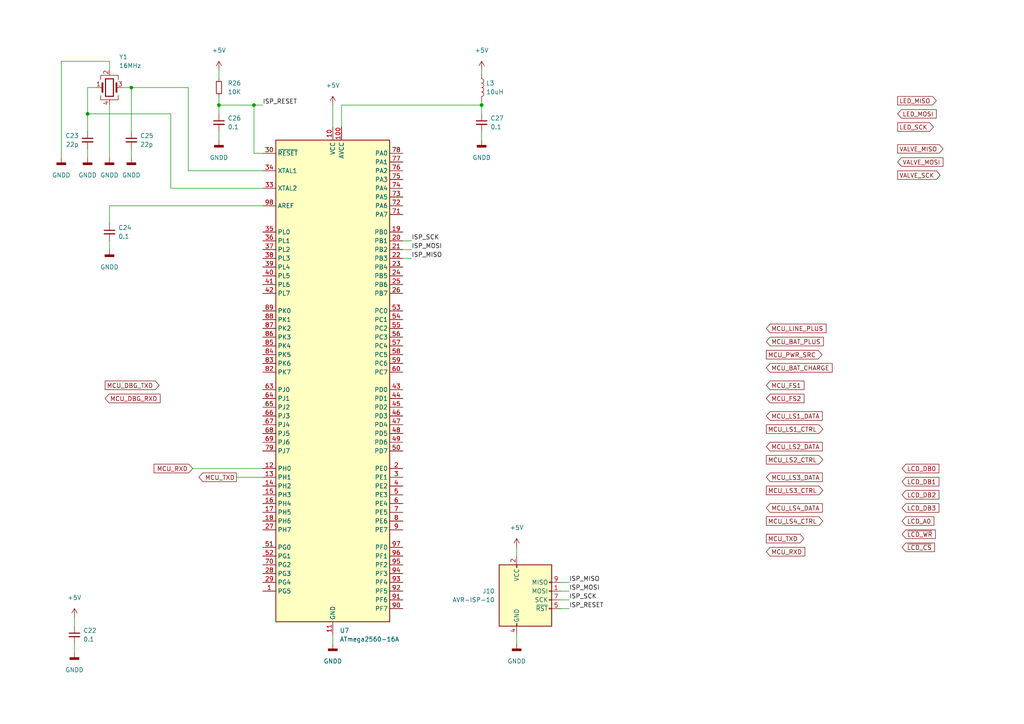
<source format=kicad_sch>
(kicad_sch (version 20211123) (generator eeschema)

  (uuid 21fbcf11-ef85-495e-ac4e-ca7efd6c0976)

  (paper "A4")

  (lib_symbols
    (symbol "Connector:AVR-ISP-10" (pin_names (offset 1.016)) (in_bom yes) (on_board yes)
      (property "Reference" "J" (id 0) (at -6.35 11.43 0)
        (effects (font (size 1.27 1.27)) (justify left))
      )
      (property "Value" "AVR-ISP-10" (id 1) (at 0 11.43 0)
        (effects (font (size 1.27 1.27)) (justify left))
      )
      (property "Footprint" "" (id 2) (at -6.35 1.27 90)
        (effects (font (size 1.27 1.27)) hide)
      )
      (property "Datasheet" " ~" (id 3) (at -32.385 -13.97 0)
        (effects (font (size 1.27 1.27)) hide)
      )
      (property "ki_keywords" "AVR ISP Connector" (id 4) (at 0 0 0)
        (effects (font (size 1.27 1.27)) hide)
      )
      (property "ki_description" "Atmel 10-pin ISP connector" (id 5) (at 0 0 0)
        (effects (font (size 1.27 1.27)) hide)
      )
      (property "ki_fp_filters" "IDC?Header*2x05* Pin?Header*2x05*" (id 6) (at 0 0 0)
        (effects (font (size 1.27 1.27)) hide)
      )
      (symbol "AVR-ISP-10_0_1"
        (rectangle (start -2.667 -6.858) (end -2.413 -7.62)
          (stroke (width 0) (type default) (color 0 0 0 0))
          (fill (type none))
        )
        (rectangle (start -2.667 10.16) (end -2.413 9.398)
          (stroke (width 0) (type default) (color 0 0 0 0))
          (fill (type none))
        )
        (rectangle (start 7.62 -2.413) (end 6.858 -2.667)
          (stroke (width 0) (type default) (color 0 0 0 0))
          (fill (type none))
        )
        (rectangle (start 7.62 0.127) (end 6.858 -0.127)
          (stroke (width 0) (type default) (color 0 0 0 0))
          (fill (type none))
        )
        (rectangle (start 7.62 2.667) (end 6.858 2.413)
          (stroke (width 0) (type default) (color 0 0 0 0))
          (fill (type none))
        )
        (rectangle (start 7.62 5.207) (end 6.858 4.953)
          (stroke (width 0) (type default) (color 0 0 0 0))
          (fill (type none))
        )
        (rectangle (start 7.62 10.16) (end -7.62 -7.62)
          (stroke (width 0.254) (type default) (color 0 0 0 0))
          (fill (type background))
        )
      )
      (symbol "AVR-ISP-10_1_1"
        (pin passive line (at 10.16 2.54 180) (length 2.54)
          (name "MOSI" (effects (font (size 1.27 1.27))))
          (number "1" (effects (font (size 1.27 1.27))))
        )
        (pin passive line (at -2.54 -10.16 90) (length 2.54) hide
          (name "GND" (effects (font (size 1.27 1.27))))
          (number "10" (effects (font (size 1.27 1.27))))
        )
        (pin passive line (at -2.54 12.7 270) (length 2.54)
          (name "VCC" (effects (font (size 1.27 1.27))))
          (number "2" (effects (font (size 1.27 1.27))))
        )
        (pin no_connect line (at 7.62 -5.08 180) (length 2.54) hide
          (name "NC" (effects (font (size 1.27 1.27))))
          (number "3" (effects (font (size 1.27 1.27))))
        )
        (pin passive line (at -2.54 -10.16 90) (length 2.54)
          (name "GND" (effects (font (size 1.27 1.27))))
          (number "4" (effects (font (size 1.27 1.27))))
        )
        (pin passive line (at 10.16 -2.54 180) (length 2.54)
          (name "~{RST}" (effects (font (size 1.27 1.27))))
          (number "5" (effects (font (size 1.27 1.27))))
        )
        (pin passive line (at -2.54 -10.16 90) (length 2.54) hide
          (name "GND" (effects (font (size 1.27 1.27))))
          (number "6" (effects (font (size 1.27 1.27))))
        )
        (pin passive line (at 10.16 0 180) (length 2.54)
          (name "SCK" (effects (font (size 1.27 1.27))))
          (number "7" (effects (font (size 1.27 1.27))))
        )
        (pin passive line (at -2.54 -10.16 90) (length 2.54) hide
          (name "GND" (effects (font (size 1.27 1.27))))
          (number "8" (effects (font (size 1.27 1.27))))
        )
        (pin passive line (at 10.16 5.08 180) (length 2.54)
          (name "MISO" (effects (font (size 1.27 1.27))))
          (number "9" (effects (font (size 1.27 1.27))))
        )
      )
    )
    (symbol "Device:C_Small" (pin_numbers hide) (pin_names (offset 0.254) hide) (in_bom yes) (on_board yes)
      (property "Reference" "C" (id 0) (at 0.254 1.778 0)
        (effects (font (size 1.27 1.27)) (justify left))
      )
      (property "Value" "C_Small" (id 1) (at 0.254 -2.032 0)
        (effects (font (size 1.27 1.27)) (justify left))
      )
      (property "Footprint" "" (id 2) (at 0 0 0)
        (effects (font (size 1.27 1.27)) hide)
      )
      (property "Datasheet" "~" (id 3) (at 0 0 0)
        (effects (font (size 1.27 1.27)) hide)
      )
      (property "ki_keywords" "capacitor cap" (id 4) (at 0 0 0)
        (effects (font (size 1.27 1.27)) hide)
      )
      (property "ki_description" "Unpolarized capacitor, small symbol" (id 5) (at 0 0 0)
        (effects (font (size 1.27 1.27)) hide)
      )
      (property "ki_fp_filters" "C_*" (id 6) (at 0 0 0)
        (effects (font (size 1.27 1.27)) hide)
      )
      (symbol "C_Small_0_1"
        (polyline
          (pts
            (xy -1.524 -0.508)
            (xy 1.524 -0.508)
          )
          (stroke (width 0.3302) (type default) (color 0 0 0 0))
          (fill (type none))
        )
        (polyline
          (pts
            (xy -1.524 0.508)
            (xy 1.524 0.508)
          )
          (stroke (width 0.3048) (type default) (color 0 0 0 0))
          (fill (type none))
        )
      )
      (symbol "C_Small_1_1"
        (pin passive line (at 0 2.54 270) (length 2.032)
          (name "~" (effects (font (size 1.27 1.27))))
          (number "1" (effects (font (size 1.27 1.27))))
        )
        (pin passive line (at 0 -2.54 90) (length 2.032)
          (name "~" (effects (font (size 1.27 1.27))))
          (number "2" (effects (font (size 1.27 1.27))))
        )
      )
    )
    (symbol "Device:Crystal_GND24" (pin_names (offset 1.016) hide) (in_bom yes) (on_board yes)
      (property "Reference" "Y" (id 0) (at 3.175 5.08 0)
        (effects (font (size 1.27 1.27)) (justify left))
      )
      (property "Value" "Crystal_GND24" (id 1) (at 3.175 3.175 0)
        (effects (font (size 1.27 1.27)) (justify left))
      )
      (property "Footprint" "" (id 2) (at 0 0 0)
        (effects (font (size 1.27 1.27)) hide)
      )
      (property "Datasheet" "~" (id 3) (at 0 0 0)
        (effects (font (size 1.27 1.27)) hide)
      )
      (property "ki_keywords" "quartz ceramic resonator oscillator" (id 4) (at 0 0 0)
        (effects (font (size 1.27 1.27)) hide)
      )
      (property "ki_description" "Four pin crystal, GND on pins 2 and 4" (id 5) (at 0 0 0)
        (effects (font (size 1.27 1.27)) hide)
      )
      (property "ki_fp_filters" "Crystal*" (id 6) (at 0 0 0)
        (effects (font (size 1.27 1.27)) hide)
      )
      (symbol "Crystal_GND24_0_1"
        (rectangle (start -1.143 2.54) (end 1.143 -2.54)
          (stroke (width 0.3048) (type default) (color 0 0 0 0))
          (fill (type none))
        )
        (polyline
          (pts
            (xy -2.54 0)
            (xy -2.032 0)
          )
          (stroke (width 0) (type default) (color 0 0 0 0))
          (fill (type none))
        )
        (polyline
          (pts
            (xy -2.032 -1.27)
            (xy -2.032 1.27)
          )
          (stroke (width 0.508) (type default) (color 0 0 0 0))
          (fill (type none))
        )
        (polyline
          (pts
            (xy 0 -3.81)
            (xy 0 -3.556)
          )
          (stroke (width 0) (type default) (color 0 0 0 0))
          (fill (type none))
        )
        (polyline
          (pts
            (xy 0 3.556)
            (xy 0 3.81)
          )
          (stroke (width 0) (type default) (color 0 0 0 0))
          (fill (type none))
        )
        (polyline
          (pts
            (xy 2.032 -1.27)
            (xy 2.032 1.27)
          )
          (stroke (width 0.508) (type default) (color 0 0 0 0))
          (fill (type none))
        )
        (polyline
          (pts
            (xy 2.032 0)
            (xy 2.54 0)
          )
          (stroke (width 0) (type default) (color 0 0 0 0))
          (fill (type none))
        )
        (polyline
          (pts
            (xy -2.54 -2.286)
            (xy -2.54 -3.556)
            (xy 2.54 -3.556)
            (xy 2.54 -2.286)
          )
          (stroke (width 0) (type default) (color 0 0 0 0))
          (fill (type none))
        )
        (polyline
          (pts
            (xy -2.54 2.286)
            (xy -2.54 3.556)
            (xy 2.54 3.556)
            (xy 2.54 2.286)
          )
          (stroke (width 0) (type default) (color 0 0 0 0))
          (fill (type none))
        )
      )
      (symbol "Crystal_GND24_1_1"
        (pin passive line (at -3.81 0 0) (length 1.27)
          (name "1" (effects (font (size 1.27 1.27))))
          (number "1" (effects (font (size 1.27 1.27))))
        )
        (pin passive line (at 0 5.08 270) (length 1.27)
          (name "2" (effects (font (size 1.27 1.27))))
          (number "2" (effects (font (size 1.27 1.27))))
        )
        (pin passive line (at 3.81 0 180) (length 1.27)
          (name "3" (effects (font (size 1.27 1.27))))
          (number "3" (effects (font (size 1.27 1.27))))
        )
        (pin passive line (at 0 -5.08 90) (length 1.27)
          (name "4" (effects (font (size 1.27 1.27))))
          (number "4" (effects (font (size 1.27 1.27))))
        )
      )
    )
    (symbol "Device:L" (pin_numbers hide) (pin_names (offset 1.016) hide) (in_bom yes) (on_board yes)
      (property "Reference" "L" (id 0) (at -1.27 0 90)
        (effects (font (size 1.27 1.27)))
      )
      (property "Value" "L" (id 1) (at 1.905 0 90)
        (effects (font (size 1.27 1.27)))
      )
      (property "Footprint" "" (id 2) (at 0 0 0)
        (effects (font (size 1.27 1.27)) hide)
      )
      (property "Datasheet" "~" (id 3) (at 0 0 0)
        (effects (font (size 1.27 1.27)) hide)
      )
      (property "ki_keywords" "inductor choke coil reactor magnetic" (id 4) (at 0 0 0)
        (effects (font (size 1.27 1.27)) hide)
      )
      (property "ki_description" "Inductor" (id 5) (at 0 0 0)
        (effects (font (size 1.27 1.27)) hide)
      )
      (property "ki_fp_filters" "Choke_* *Coil* Inductor_* L_*" (id 6) (at 0 0 0)
        (effects (font (size 1.27 1.27)) hide)
      )
      (symbol "L_0_1"
        (arc (start 0 -2.54) (mid 0.635 -1.905) (end 0 -1.27)
          (stroke (width 0) (type default) (color 0 0 0 0))
          (fill (type none))
        )
        (arc (start 0 -1.27) (mid 0.635 -0.635) (end 0 0)
          (stroke (width 0) (type default) (color 0 0 0 0))
          (fill (type none))
        )
        (arc (start 0 0) (mid 0.635 0.635) (end 0 1.27)
          (stroke (width 0) (type default) (color 0 0 0 0))
          (fill (type none))
        )
        (arc (start 0 1.27) (mid 0.635 1.905) (end 0 2.54)
          (stroke (width 0) (type default) (color 0 0 0 0))
          (fill (type none))
        )
      )
      (symbol "L_1_1"
        (pin passive line (at 0 3.81 270) (length 1.27)
          (name "1" (effects (font (size 1.27 1.27))))
          (number "1" (effects (font (size 1.27 1.27))))
        )
        (pin passive line (at 0 -3.81 90) (length 1.27)
          (name "2" (effects (font (size 1.27 1.27))))
          (number "2" (effects (font (size 1.27 1.27))))
        )
      )
    )
    (symbol "Device:R_Small" (pin_numbers hide) (pin_names (offset 0.254) hide) (in_bom yes) (on_board yes)
      (property "Reference" "R" (id 0) (at 0.762 0.508 0)
        (effects (font (size 1.27 1.27)) (justify left))
      )
      (property "Value" "R_Small" (id 1) (at 0.762 -1.016 0)
        (effects (font (size 1.27 1.27)) (justify left))
      )
      (property "Footprint" "" (id 2) (at 0 0 0)
        (effects (font (size 1.27 1.27)) hide)
      )
      (property "Datasheet" "~" (id 3) (at 0 0 0)
        (effects (font (size 1.27 1.27)) hide)
      )
      (property "ki_keywords" "R resistor" (id 4) (at 0 0 0)
        (effects (font (size 1.27 1.27)) hide)
      )
      (property "ki_description" "Resistor, small symbol" (id 5) (at 0 0 0)
        (effects (font (size 1.27 1.27)) hide)
      )
      (property "ki_fp_filters" "R_*" (id 6) (at 0 0 0)
        (effects (font (size 1.27 1.27)) hide)
      )
      (symbol "R_Small_0_1"
        (rectangle (start -0.762 1.778) (end 0.762 -1.778)
          (stroke (width 0.2032) (type default) (color 0 0 0 0))
          (fill (type none))
        )
      )
      (symbol "R_Small_1_1"
        (pin passive line (at 0 2.54 270) (length 0.762)
          (name "~" (effects (font (size 1.27 1.27))))
          (number "1" (effects (font (size 1.27 1.27))))
        )
        (pin passive line (at 0 -2.54 90) (length 0.762)
          (name "~" (effects (font (size 1.27 1.27))))
          (number "2" (effects (font (size 1.27 1.27))))
        )
      )
    )
    (symbol "MCU_Microchip_ATmega:ATmega2560-16A" (in_bom yes) (on_board yes)
      (property "Reference" "U" (id 0) (at 0 1.27 0)
        (effects (font (size 1.27 1.27)) (justify bottom))
      )
      (property "Value" "ATmega2560-16A" (id 1) (at 0 -1.27 0)
        (effects (font (size 1.27 1.27)) (justify top))
      )
      (property "Footprint" "Package_QFP:TQFP-100_14x14mm_P0.5mm" (id 2) (at 0 0 0)
        (effects (font (size 1.27 1.27) italic) hide)
      )
      (property "Datasheet" "http://ww1.microchip.com/downloads/en/DeviceDoc/Atmel-2549-8-bit-AVR-Microcontroller-ATmega640-1280-1281-2560-2561_datasheet.pdf" (id 3) (at 0 0 0)
        (effects (font (size 1.27 1.27)) hide)
      )
      (property "ki_keywords" "AVR 8bit Microcontroller MegaAVR" (id 4) (at 0 0 0)
        (effects (font (size 1.27 1.27)) hide)
      )
      (property "ki_description" "16MHz, 256kB Flash, 8kB SRAM, 4kB EEPROM, JTAG, TQFP-100" (id 5) (at 0 0 0)
        (effects (font (size 1.27 1.27)) hide)
      )
      (property "ki_fp_filters" "TQFP*14x14mm*P0.5mm*" (id 6) (at 0 0 0)
        (effects (font (size 1.27 1.27)) hide)
      )
      (symbol "ATmega2560-16A_0_1"
        (rectangle (start -16.51 -69.85) (end 16.51 69.85)
          (stroke (width 0.254) (type default) (color 0 0 0 0))
          (fill (type background))
        )
      )
      (symbol "ATmega2560-16A_1_1"
        (pin bidirectional line (at -20.32 -60.96 0) (length 3.81)
          (name "PG5" (effects (font (size 1.27 1.27))))
          (number "1" (effects (font (size 1.27 1.27))))
        )
        (pin power_in line (at 0 73.66 270) (length 3.81)
          (name "VCC" (effects (font (size 1.27 1.27))))
          (number "10" (effects (font (size 1.27 1.27))))
        )
        (pin power_in line (at 2.54 73.66 270) (length 3.81)
          (name "AVCC" (effects (font (size 1.27 1.27))))
          (number "100" (effects (font (size 1.27 1.27))))
        )
        (pin power_in line (at 0 -73.66 90) (length 3.81)
          (name "GND" (effects (font (size 1.27 1.27))))
          (number "11" (effects (font (size 1.27 1.27))))
        )
        (pin bidirectional line (at -20.32 -25.4 0) (length 3.81)
          (name "PH0" (effects (font (size 1.27 1.27))))
          (number "12" (effects (font (size 1.27 1.27))))
        )
        (pin bidirectional line (at -20.32 -27.94 0) (length 3.81)
          (name "PH1" (effects (font (size 1.27 1.27))))
          (number "13" (effects (font (size 1.27 1.27))))
        )
        (pin bidirectional line (at -20.32 -30.48 0) (length 3.81)
          (name "PH2" (effects (font (size 1.27 1.27))))
          (number "14" (effects (font (size 1.27 1.27))))
        )
        (pin bidirectional line (at -20.32 -33.02 0) (length 3.81)
          (name "PH3" (effects (font (size 1.27 1.27))))
          (number "15" (effects (font (size 1.27 1.27))))
        )
        (pin bidirectional line (at -20.32 -35.56 0) (length 3.81)
          (name "PH4" (effects (font (size 1.27 1.27))))
          (number "16" (effects (font (size 1.27 1.27))))
        )
        (pin bidirectional line (at -20.32 -38.1 0) (length 3.81)
          (name "PH5" (effects (font (size 1.27 1.27))))
          (number "17" (effects (font (size 1.27 1.27))))
        )
        (pin bidirectional line (at -20.32 -40.64 0) (length 3.81)
          (name "PH6" (effects (font (size 1.27 1.27))))
          (number "18" (effects (font (size 1.27 1.27))))
        )
        (pin bidirectional line (at 20.32 43.18 180) (length 3.81)
          (name "PB0" (effects (font (size 1.27 1.27))))
          (number "19" (effects (font (size 1.27 1.27))))
        )
        (pin bidirectional line (at 20.32 -25.4 180) (length 3.81)
          (name "PE0" (effects (font (size 1.27 1.27))))
          (number "2" (effects (font (size 1.27 1.27))))
        )
        (pin bidirectional line (at 20.32 40.64 180) (length 3.81)
          (name "PB1" (effects (font (size 1.27 1.27))))
          (number "20" (effects (font (size 1.27 1.27))))
        )
        (pin bidirectional line (at 20.32 38.1 180) (length 3.81)
          (name "PB2" (effects (font (size 1.27 1.27))))
          (number "21" (effects (font (size 1.27 1.27))))
        )
        (pin bidirectional line (at 20.32 35.56 180) (length 3.81)
          (name "PB3" (effects (font (size 1.27 1.27))))
          (number "22" (effects (font (size 1.27 1.27))))
        )
        (pin bidirectional line (at 20.32 33.02 180) (length 3.81)
          (name "PB4" (effects (font (size 1.27 1.27))))
          (number "23" (effects (font (size 1.27 1.27))))
        )
        (pin bidirectional line (at 20.32 30.48 180) (length 3.81)
          (name "PB5" (effects (font (size 1.27 1.27))))
          (number "24" (effects (font (size 1.27 1.27))))
        )
        (pin bidirectional line (at 20.32 27.94 180) (length 3.81)
          (name "PB6" (effects (font (size 1.27 1.27))))
          (number "25" (effects (font (size 1.27 1.27))))
        )
        (pin bidirectional line (at 20.32 25.4 180) (length 3.81)
          (name "PB7" (effects (font (size 1.27 1.27))))
          (number "26" (effects (font (size 1.27 1.27))))
        )
        (pin bidirectional line (at -20.32 -43.18 0) (length 3.81)
          (name "PH7" (effects (font (size 1.27 1.27))))
          (number "27" (effects (font (size 1.27 1.27))))
        )
        (pin bidirectional line (at -20.32 -55.88 0) (length 3.81)
          (name "PG3" (effects (font (size 1.27 1.27))))
          (number "28" (effects (font (size 1.27 1.27))))
        )
        (pin bidirectional line (at -20.32 -58.42 0) (length 3.81)
          (name "PG4" (effects (font (size 1.27 1.27))))
          (number "29" (effects (font (size 1.27 1.27))))
        )
        (pin bidirectional line (at 20.32 -27.94 180) (length 3.81)
          (name "PE1" (effects (font (size 1.27 1.27))))
          (number "3" (effects (font (size 1.27 1.27))))
        )
        (pin input line (at -20.32 66.04 0) (length 3.81)
          (name "~{RESET}" (effects (font (size 1.27 1.27))))
          (number "30" (effects (font (size 1.27 1.27))))
        )
        (pin passive line (at 0 73.66 270) (length 3.81) hide
          (name "VCC" (effects (font (size 1.27 1.27))))
          (number "31" (effects (font (size 1.27 1.27))))
        )
        (pin passive line (at 0 -73.66 90) (length 3.81) hide
          (name "GND" (effects (font (size 1.27 1.27))))
          (number "32" (effects (font (size 1.27 1.27))))
        )
        (pin output line (at -20.32 55.88 0) (length 3.81)
          (name "XTAL2" (effects (font (size 1.27 1.27))))
          (number "33" (effects (font (size 1.27 1.27))))
        )
        (pin input line (at -20.32 60.96 0) (length 3.81)
          (name "XTAL1" (effects (font (size 1.27 1.27))))
          (number "34" (effects (font (size 1.27 1.27))))
        )
        (pin bidirectional line (at -20.32 43.18 0) (length 3.81)
          (name "PL0" (effects (font (size 1.27 1.27))))
          (number "35" (effects (font (size 1.27 1.27))))
        )
        (pin bidirectional line (at -20.32 40.64 0) (length 3.81)
          (name "PL1" (effects (font (size 1.27 1.27))))
          (number "36" (effects (font (size 1.27 1.27))))
        )
        (pin bidirectional line (at -20.32 38.1 0) (length 3.81)
          (name "PL2" (effects (font (size 1.27 1.27))))
          (number "37" (effects (font (size 1.27 1.27))))
        )
        (pin bidirectional line (at -20.32 35.56 0) (length 3.81)
          (name "PL3" (effects (font (size 1.27 1.27))))
          (number "38" (effects (font (size 1.27 1.27))))
        )
        (pin bidirectional line (at -20.32 33.02 0) (length 3.81)
          (name "PL4" (effects (font (size 1.27 1.27))))
          (number "39" (effects (font (size 1.27 1.27))))
        )
        (pin bidirectional line (at 20.32 -30.48 180) (length 3.81)
          (name "PE2" (effects (font (size 1.27 1.27))))
          (number "4" (effects (font (size 1.27 1.27))))
        )
        (pin bidirectional line (at -20.32 30.48 0) (length 3.81)
          (name "PL5" (effects (font (size 1.27 1.27))))
          (number "40" (effects (font (size 1.27 1.27))))
        )
        (pin bidirectional line (at -20.32 27.94 0) (length 3.81)
          (name "PL6" (effects (font (size 1.27 1.27))))
          (number "41" (effects (font (size 1.27 1.27))))
        )
        (pin bidirectional line (at -20.32 25.4 0) (length 3.81)
          (name "PL7" (effects (font (size 1.27 1.27))))
          (number "42" (effects (font (size 1.27 1.27))))
        )
        (pin bidirectional line (at 20.32 -2.54 180) (length 3.81)
          (name "PD0" (effects (font (size 1.27 1.27))))
          (number "43" (effects (font (size 1.27 1.27))))
        )
        (pin bidirectional line (at 20.32 -5.08 180) (length 3.81)
          (name "PD1" (effects (font (size 1.27 1.27))))
          (number "44" (effects (font (size 1.27 1.27))))
        )
        (pin bidirectional line (at 20.32 -7.62 180) (length 3.81)
          (name "PD2" (effects (font (size 1.27 1.27))))
          (number "45" (effects (font (size 1.27 1.27))))
        )
        (pin bidirectional line (at 20.32 -10.16 180) (length 3.81)
          (name "PD3" (effects (font (size 1.27 1.27))))
          (number "46" (effects (font (size 1.27 1.27))))
        )
        (pin bidirectional line (at 20.32 -12.7 180) (length 3.81)
          (name "PD4" (effects (font (size 1.27 1.27))))
          (number "47" (effects (font (size 1.27 1.27))))
        )
        (pin bidirectional line (at 20.32 -15.24 180) (length 3.81)
          (name "PD5" (effects (font (size 1.27 1.27))))
          (number "48" (effects (font (size 1.27 1.27))))
        )
        (pin bidirectional line (at 20.32 -17.78 180) (length 3.81)
          (name "PD6" (effects (font (size 1.27 1.27))))
          (number "49" (effects (font (size 1.27 1.27))))
        )
        (pin bidirectional line (at 20.32 -33.02 180) (length 3.81)
          (name "PE3" (effects (font (size 1.27 1.27))))
          (number "5" (effects (font (size 1.27 1.27))))
        )
        (pin bidirectional line (at 20.32 -20.32 180) (length 3.81)
          (name "PD7" (effects (font (size 1.27 1.27))))
          (number "50" (effects (font (size 1.27 1.27))))
        )
        (pin bidirectional line (at -20.32 -48.26 0) (length 3.81)
          (name "PG0" (effects (font (size 1.27 1.27))))
          (number "51" (effects (font (size 1.27 1.27))))
        )
        (pin bidirectional line (at -20.32 -50.8 0) (length 3.81)
          (name "PG1" (effects (font (size 1.27 1.27))))
          (number "52" (effects (font (size 1.27 1.27))))
        )
        (pin bidirectional line (at 20.32 20.32 180) (length 3.81)
          (name "PC0" (effects (font (size 1.27 1.27))))
          (number "53" (effects (font (size 1.27 1.27))))
        )
        (pin bidirectional line (at 20.32 17.78 180) (length 3.81)
          (name "PC1" (effects (font (size 1.27 1.27))))
          (number "54" (effects (font (size 1.27 1.27))))
        )
        (pin bidirectional line (at 20.32 15.24 180) (length 3.81)
          (name "PC2" (effects (font (size 1.27 1.27))))
          (number "55" (effects (font (size 1.27 1.27))))
        )
        (pin bidirectional line (at 20.32 12.7 180) (length 3.81)
          (name "PC3" (effects (font (size 1.27 1.27))))
          (number "56" (effects (font (size 1.27 1.27))))
        )
        (pin bidirectional line (at 20.32 10.16 180) (length 3.81)
          (name "PC4" (effects (font (size 1.27 1.27))))
          (number "57" (effects (font (size 1.27 1.27))))
        )
        (pin bidirectional line (at 20.32 7.62 180) (length 3.81)
          (name "PC5" (effects (font (size 1.27 1.27))))
          (number "58" (effects (font (size 1.27 1.27))))
        )
        (pin bidirectional line (at 20.32 5.08 180) (length 3.81)
          (name "PC6" (effects (font (size 1.27 1.27))))
          (number "59" (effects (font (size 1.27 1.27))))
        )
        (pin bidirectional line (at 20.32 -35.56 180) (length 3.81)
          (name "PE4" (effects (font (size 1.27 1.27))))
          (number "6" (effects (font (size 1.27 1.27))))
        )
        (pin bidirectional line (at 20.32 2.54 180) (length 3.81)
          (name "PC7" (effects (font (size 1.27 1.27))))
          (number "60" (effects (font (size 1.27 1.27))))
        )
        (pin passive line (at 0 73.66 270) (length 3.81) hide
          (name "VCC" (effects (font (size 1.27 1.27))))
          (number "61" (effects (font (size 1.27 1.27))))
        )
        (pin passive line (at 0 -73.66 90) (length 3.81) hide
          (name "GND" (effects (font (size 1.27 1.27))))
          (number "62" (effects (font (size 1.27 1.27))))
        )
        (pin bidirectional line (at -20.32 -2.54 0) (length 3.81)
          (name "PJ0" (effects (font (size 1.27 1.27))))
          (number "63" (effects (font (size 1.27 1.27))))
        )
        (pin bidirectional line (at -20.32 -5.08 0) (length 3.81)
          (name "PJ1" (effects (font (size 1.27 1.27))))
          (number "64" (effects (font (size 1.27 1.27))))
        )
        (pin bidirectional line (at -20.32 -7.62 0) (length 3.81)
          (name "PJ2" (effects (font (size 1.27 1.27))))
          (number "65" (effects (font (size 1.27 1.27))))
        )
        (pin bidirectional line (at -20.32 -10.16 0) (length 3.81)
          (name "PJ3" (effects (font (size 1.27 1.27))))
          (number "66" (effects (font (size 1.27 1.27))))
        )
        (pin bidirectional line (at -20.32 -12.7 0) (length 3.81)
          (name "PJ4" (effects (font (size 1.27 1.27))))
          (number "67" (effects (font (size 1.27 1.27))))
        )
        (pin bidirectional line (at -20.32 -15.24 0) (length 3.81)
          (name "PJ5" (effects (font (size 1.27 1.27))))
          (number "68" (effects (font (size 1.27 1.27))))
        )
        (pin bidirectional line (at -20.32 -17.78 0) (length 3.81)
          (name "PJ6" (effects (font (size 1.27 1.27))))
          (number "69" (effects (font (size 1.27 1.27))))
        )
        (pin bidirectional line (at 20.32 -38.1 180) (length 3.81)
          (name "PE5" (effects (font (size 1.27 1.27))))
          (number "7" (effects (font (size 1.27 1.27))))
        )
        (pin bidirectional line (at -20.32 -53.34 0) (length 3.81)
          (name "PG2" (effects (font (size 1.27 1.27))))
          (number "70" (effects (font (size 1.27 1.27))))
        )
        (pin bidirectional line (at 20.32 48.26 180) (length 3.81)
          (name "PA7" (effects (font (size 1.27 1.27))))
          (number "71" (effects (font (size 1.27 1.27))))
        )
        (pin bidirectional line (at 20.32 50.8 180) (length 3.81)
          (name "PA6" (effects (font (size 1.27 1.27))))
          (number "72" (effects (font (size 1.27 1.27))))
        )
        (pin bidirectional line (at 20.32 53.34 180) (length 3.81)
          (name "PA5" (effects (font (size 1.27 1.27))))
          (number "73" (effects (font (size 1.27 1.27))))
        )
        (pin bidirectional line (at 20.32 55.88 180) (length 3.81)
          (name "PA4" (effects (font (size 1.27 1.27))))
          (number "74" (effects (font (size 1.27 1.27))))
        )
        (pin bidirectional line (at 20.32 58.42 180) (length 3.81)
          (name "PA3" (effects (font (size 1.27 1.27))))
          (number "75" (effects (font (size 1.27 1.27))))
        )
        (pin bidirectional line (at 20.32 60.96 180) (length 3.81)
          (name "PA2" (effects (font (size 1.27 1.27))))
          (number "76" (effects (font (size 1.27 1.27))))
        )
        (pin bidirectional line (at 20.32 63.5 180) (length 3.81)
          (name "PA1" (effects (font (size 1.27 1.27))))
          (number "77" (effects (font (size 1.27 1.27))))
        )
        (pin bidirectional line (at 20.32 66.04 180) (length 3.81)
          (name "PA0" (effects (font (size 1.27 1.27))))
          (number "78" (effects (font (size 1.27 1.27))))
        )
        (pin bidirectional line (at -20.32 -20.32 0) (length 3.81)
          (name "PJ7" (effects (font (size 1.27 1.27))))
          (number "79" (effects (font (size 1.27 1.27))))
        )
        (pin bidirectional line (at 20.32 -40.64 180) (length 3.81)
          (name "PE6" (effects (font (size 1.27 1.27))))
          (number "8" (effects (font (size 1.27 1.27))))
        )
        (pin passive line (at 0 73.66 270) (length 3.81) hide
          (name "VCC" (effects (font (size 1.27 1.27))))
          (number "80" (effects (font (size 1.27 1.27))))
        )
        (pin passive line (at 0 -73.66 90) (length 3.81) hide
          (name "GND" (effects (font (size 1.27 1.27))))
          (number "81" (effects (font (size 1.27 1.27))))
        )
        (pin bidirectional line (at -20.32 2.54 0) (length 3.81)
          (name "PK7" (effects (font (size 1.27 1.27))))
          (number "82" (effects (font (size 1.27 1.27))))
        )
        (pin bidirectional line (at -20.32 5.08 0) (length 3.81)
          (name "PK6" (effects (font (size 1.27 1.27))))
          (number "83" (effects (font (size 1.27 1.27))))
        )
        (pin bidirectional line (at -20.32 7.62 0) (length 3.81)
          (name "PK5" (effects (font (size 1.27 1.27))))
          (number "84" (effects (font (size 1.27 1.27))))
        )
        (pin bidirectional line (at -20.32 10.16 0) (length 3.81)
          (name "PK4" (effects (font (size 1.27 1.27))))
          (number "85" (effects (font (size 1.27 1.27))))
        )
        (pin bidirectional line (at -20.32 12.7 0) (length 3.81)
          (name "PK3" (effects (font (size 1.27 1.27))))
          (number "86" (effects (font (size 1.27 1.27))))
        )
        (pin bidirectional line (at -20.32 15.24 0) (length 3.81)
          (name "PK2" (effects (font (size 1.27 1.27))))
          (number "87" (effects (font (size 1.27 1.27))))
        )
        (pin bidirectional line (at -20.32 17.78 0) (length 3.81)
          (name "PK1" (effects (font (size 1.27 1.27))))
          (number "88" (effects (font (size 1.27 1.27))))
        )
        (pin bidirectional line (at -20.32 20.32 0) (length 3.81)
          (name "PK0" (effects (font (size 1.27 1.27))))
          (number "89" (effects (font (size 1.27 1.27))))
        )
        (pin bidirectional line (at 20.32 -43.18 180) (length 3.81)
          (name "PE7" (effects (font (size 1.27 1.27))))
          (number "9" (effects (font (size 1.27 1.27))))
        )
        (pin bidirectional line (at 20.32 -66.04 180) (length 3.81)
          (name "PF7" (effects (font (size 1.27 1.27))))
          (number "90" (effects (font (size 1.27 1.27))))
        )
        (pin bidirectional line (at 20.32 -63.5 180) (length 3.81)
          (name "PF6" (effects (font (size 1.27 1.27))))
          (number "91" (effects (font (size 1.27 1.27))))
        )
        (pin bidirectional line (at 20.32 -60.96 180) (length 3.81)
          (name "PF5" (effects (font (size 1.27 1.27))))
          (number "92" (effects (font (size 1.27 1.27))))
        )
        (pin bidirectional line (at 20.32 -58.42 180) (length 3.81)
          (name "PF4" (effects (font (size 1.27 1.27))))
          (number "93" (effects (font (size 1.27 1.27))))
        )
        (pin bidirectional line (at 20.32 -55.88 180) (length 3.81)
          (name "PF3" (effects (font (size 1.27 1.27))))
          (number "94" (effects (font (size 1.27 1.27))))
        )
        (pin bidirectional line (at 20.32 -53.34 180) (length 3.81)
          (name "PF2" (effects (font (size 1.27 1.27))))
          (number "95" (effects (font (size 1.27 1.27))))
        )
        (pin bidirectional line (at 20.32 -50.8 180) (length 3.81)
          (name "PF1" (effects (font (size 1.27 1.27))))
          (number "96" (effects (font (size 1.27 1.27))))
        )
        (pin bidirectional line (at 20.32 -48.26 180) (length 3.81)
          (name "PF0" (effects (font (size 1.27 1.27))))
          (number "97" (effects (font (size 1.27 1.27))))
        )
        (pin passive line (at -20.32 50.8 0) (length 3.81)
          (name "AREF" (effects (font (size 1.27 1.27))))
          (number "98" (effects (font (size 1.27 1.27))))
        )
        (pin passive line (at 0 -73.66 90) (length 3.81) hide
          (name "GND" (effects (font (size 1.27 1.27))))
          (number "99" (effects (font (size 1.27 1.27))))
        )
      )
    )
    (symbol "power:+5V" (power) (pin_names (offset 0)) (in_bom yes) (on_board yes)
      (property "Reference" "#PWR" (id 0) (at 0 -3.81 0)
        (effects (font (size 1.27 1.27)) hide)
      )
      (property "Value" "+5V" (id 1) (at 0 3.556 0)
        (effects (font (size 1.27 1.27)))
      )
      (property "Footprint" "" (id 2) (at 0 0 0)
        (effects (font (size 1.27 1.27)) hide)
      )
      (property "Datasheet" "" (id 3) (at 0 0 0)
        (effects (font (size 1.27 1.27)) hide)
      )
      (property "ki_keywords" "power-flag" (id 4) (at 0 0 0)
        (effects (font (size 1.27 1.27)) hide)
      )
      (property "ki_description" "Power symbol creates a global label with name \"+5V\"" (id 5) (at 0 0 0)
        (effects (font (size 1.27 1.27)) hide)
      )
      (symbol "+5V_0_1"
        (polyline
          (pts
            (xy -0.762 1.27)
            (xy 0 2.54)
          )
          (stroke (width 0) (type default) (color 0 0 0 0))
          (fill (type none))
        )
        (polyline
          (pts
            (xy 0 0)
            (xy 0 2.54)
          )
          (stroke (width 0) (type default) (color 0 0 0 0))
          (fill (type none))
        )
        (polyline
          (pts
            (xy 0 2.54)
            (xy 0.762 1.27)
          )
          (stroke (width 0) (type default) (color 0 0 0 0))
          (fill (type none))
        )
      )
      (symbol "+5V_1_1"
        (pin power_in line (at 0 0 90) (length 0) hide
          (name "+5V" (effects (font (size 1.27 1.27))))
          (number "1" (effects (font (size 1.27 1.27))))
        )
      )
    )
    (symbol "power:GNDD" (power) (pin_names (offset 0)) (in_bom yes) (on_board yes)
      (property "Reference" "#PWR" (id 0) (at 0 -6.35 0)
        (effects (font (size 1.27 1.27)) hide)
      )
      (property "Value" "GNDD" (id 1) (at 0 -3.175 0)
        (effects (font (size 1.27 1.27)))
      )
      (property "Footprint" "" (id 2) (at 0 0 0)
        (effects (font (size 1.27 1.27)) hide)
      )
      (property "Datasheet" "" (id 3) (at 0 0 0)
        (effects (font (size 1.27 1.27)) hide)
      )
      (property "ki_keywords" "power-flag" (id 4) (at 0 0 0)
        (effects (font (size 1.27 1.27)) hide)
      )
      (property "ki_description" "Power symbol creates a global label with name \"GNDD\" , digital ground" (id 5) (at 0 0 0)
        (effects (font (size 1.27 1.27)) hide)
      )
      (symbol "GNDD_0_1"
        (rectangle (start -1.27 -1.524) (end 1.27 -2.032)
          (stroke (width 0.254) (type default) (color 0 0 0 0))
          (fill (type outline))
        )
        (polyline
          (pts
            (xy 0 0)
            (xy 0 -1.524)
          )
          (stroke (width 0) (type default) (color 0 0 0 0))
          (fill (type none))
        )
      )
      (symbol "GNDD_1_1"
        (pin power_in line (at 0 0 270) (length 0) hide
          (name "GNDD" (effects (font (size 1.27 1.27))))
          (number "1" (effects (font (size 1.27 1.27))))
        )
      )
    )
  )

  (junction (at 25.4 33.02) (diameter 0) (color 0 0 0 0)
    (uuid 07729ce1-349b-4db9-8af1-4693550e0de2)
  )
  (junction (at 139.7 30.48) (diameter 0) (color 0 0 0 0)
    (uuid 2421689c-88c6-45fe-ace0-149f03f26aec)
  )
  (junction (at 73.66 30.48) (diameter 0) (color 0 0 0 0)
    (uuid 399f0cc9-1a77-4711-bf6b-167460fc591b)
  )
  (junction (at 38.1 25.4) (diameter 0) (color 0 0 0 0)
    (uuid 8359609b-1e56-4a7f-a525-1fbf582ca20c)
  )
  (junction (at 63.5 30.48) (diameter 0) (color 0 0 0 0)
    (uuid fe55a473-4db7-4b03-9dcf-98d3783d5987)
  )

  (wire (pts (xy 165.1 173.99) (xy 162.56 173.99))
    (stroke (width 0) (type default) (color 0 0 0 0))
    (uuid 0672b5cc-42a8-43f0-aee8-f88b17bc9dd4)
  )
  (wire (pts (xy 63.5 20.32) (xy 63.5 22.86))
    (stroke (width 0) (type default) (color 0 0 0 0))
    (uuid 0c64afac-1eae-4d89-86e5-b6b24093d329)
  )
  (wire (pts (xy 55.88 135.89) (xy 76.2 135.89))
    (stroke (width 0) (type default) (color 0 0 0 0))
    (uuid 100fc61e-e307-45ac-b068-96d6e6fa15fb)
  )
  (wire (pts (xy 76.2 30.48) (xy 73.66 30.48))
    (stroke (width 0) (type default) (color 0 0 0 0))
    (uuid 191c6ddf-13b2-48fa-a28b-4be5df90a0ce)
  )
  (wire (pts (xy 17.78 17.78) (xy 31.75 17.78))
    (stroke (width 0) (type default) (color 0 0 0 0))
    (uuid 1c93b2ff-c3ae-4257-938f-e7704bed5d8c)
  )
  (wire (pts (xy 139.7 40.64) (xy 139.7 38.1))
    (stroke (width 0) (type default) (color 0 0 0 0))
    (uuid 1ef01c47-5be6-4c18-818b-ac1ec2499fb0)
  )
  (wire (pts (xy 38.1 43.18) (xy 38.1 45.72))
    (stroke (width 0) (type default) (color 0 0 0 0))
    (uuid 1fb4bc4a-cf96-497c-8df6-61bc4ed961c5)
  )
  (wire (pts (xy 119.38 74.93) (xy 116.84 74.93))
    (stroke (width 0) (type default) (color 0 0 0 0))
    (uuid 276cdbf1-36d6-4db3-ba40-a5dbfdceb351)
  )
  (wire (pts (xy 96.52 30.48) (xy 96.52 36.83))
    (stroke (width 0) (type default) (color 0 0 0 0))
    (uuid 2854676f-8643-4dab-880b-d2808844d0cc)
  )
  (wire (pts (xy 139.7 29.21) (xy 139.7 30.48))
    (stroke (width 0) (type default) (color 0 0 0 0))
    (uuid 307540c9-4447-4d50-8c3e-7f14a62d1f9e)
  )
  (wire (pts (xy 31.75 59.69) (xy 31.75 64.77))
    (stroke (width 0) (type default) (color 0 0 0 0))
    (uuid 36bf95ca-74c7-4663-9504-fddb2c781e9e)
  )
  (wire (pts (xy 63.5 30.48) (xy 63.5 33.02))
    (stroke (width 0) (type default) (color 0 0 0 0))
    (uuid 3d5851f3-0eee-4be8-a27c-0f44d72c3f86)
  )
  (wire (pts (xy 21.59 186.69) (xy 21.59 189.23))
    (stroke (width 0) (type default) (color 0 0 0 0))
    (uuid 4845198f-57c9-4d97-8bf3-746fdc8030f9)
  )
  (wire (pts (xy 25.4 33.02) (xy 25.4 38.1))
    (stroke (width 0) (type default) (color 0 0 0 0))
    (uuid 490a2821-00a3-427c-99fb-8d4955d93de7)
  )
  (wire (pts (xy 54.61 49.53) (xy 76.2 49.53))
    (stroke (width 0) (type default) (color 0 0 0 0))
    (uuid 530f86e4-c410-4b87-8e31-5fcc0ac6dfaf)
  )
  (wire (pts (xy 116.84 72.39) (xy 119.38 72.39))
    (stroke (width 0) (type default) (color 0 0 0 0))
    (uuid 548a6397-a293-4d01-bcad-31b4e014031e)
  )
  (wire (pts (xy 68.58 138.43) (xy 76.2 138.43))
    (stroke (width 0) (type default) (color 0 0 0 0))
    (uuid 5c2f8e74-1b5d-43fb-9921-dec54aeac450)
  )
  (wire (pts (xy 73.66 30.48) (xy 73.66 44.45))
    (stroke (width 0) (type default) (color 0 0 0 0))
    (uuid 6ae210cc-2ee4-48c5-a13a-2f3b9b51dcf9)
  )
  (wire (pts (xy 31.75 30.48) (xy 31.75 45.72))
    (stroke (width 0) (type default) (color 0 0 0 0))
    (uuid 734b5d87-c9cc-4fde-b50d-441c93665e55)
  )
  (wire (pts (xy 119.38 69.85) (xy 116.84 69.85))
    (stroke (width 0) (type default) (color 0 0 0 0))
    (uuid 749bf3c6-42e3-4b2b-a95b-8e42a47463fb)
  )
  (wire (pts (xy 96.52 186.69) (xy 96.52 184.15))
    (stroke (width 0) (type default) (color 0 0 0 0))
    (uuid 79ca4daf-7fcf-426a-b93c-063e50da7048)
  )
  (wire (pts (xy 162.56 171.45) (xy 165.1 171.45))
    (stroke (width 0) (type default) (color 0 0 0 0))
    (uuid 815e8401-9f9e-4af5-bfa0-ac7686b773e4)
  )
  (wire (pts (xy 21.59 179.07) (xy 21.59 181.61))
    (stroke (width 0) (type default) (color 0 0 0 0))
    (uuid 87243ff7-d45a-4c3e-8fe3-77326363ea15)
  )
  (wire (pts (xy 35.56 25.4) (xy 38.1 25.4))
    (stroke (width 0) (type default) (color 0 0 0 0))
    (uuid 8b61ba46-fd15-4534-b172-e6aca31cf3e3)
  )
  (wire (pts (xy 139.7 30.48) (xy 139.7 33.02))
    (stroke (width 0) (type default) (color 0 0 0 0))
    (uuid 8c3c918f-f74b-4525-b234-4f292255a6bb)
  )
  (wire (pts (xy 25.4 33.02) (xy 49.53 33.02))
    (stroke (width 0) (type default) (color 0 0 0 0))
    (uuid 8fe0bb2d-8758-4aba-ac5f-848b4612d4c1)
  )
  (wire (pts (xy 99.06 30.48) (xy 139.7 30.48))
    (stroke (width 0) (type default) (color 0 0 0 0))
    (uuid 95516cac-c1cd-46f4-9207-4f736627194a)
  )
  (wire (pts (xy 49.53 33.02) (xy 49.53 54.61))
    (stroke (width 0) (type default) (color 0 0 0 0))
    (uuid 956e140d-7de7-4c6f-8de2-6807e0d0d8bc)
  )
  (wire (pts (xy 31.75 59.69) (xy 76.2 59.69))
    (stroke (width 0) (type default) (color 0 0 0 0))
    (uuid 978273dd-4f86-4cee-9ee2-8703aa1942ce)
  )
  (wire (pts (xy 63.5 30.48) (xy 73.66 30.48))
    (stroke (width 0) (type default) (color 0 0 0 0))
    (uuid a61eccba-db30-441b-bc2e-288a86aead12)
  )
  (wire (pts (xy 25.4 43.18) (xy 25.4 45.72))
    (stroke (width 0) (type default) (color 0 0 0 0))
    (uuid a6feed93-9f6e-4263-b0e1-de0036befe24)
  )
  (wire (pts (xy 25.4 25.4) (xy 25.4 33.02))
    (stroke (width 0) (type default) (color 0 0 0 0))
    (uuid a9eb62ce-13c8-49b6-9eb8-d14d59872dc5)
  )
  (wire (pts (xy 38.1 25.4) (xy 38.1 38.1))
    (stroke (width 0) (type default) (color 0 0 0 0))
    (uuid bcd8c062-8b24-4183-a07f-b977476ae635)
  )
  (wire (pts (xy 38.1 25.4) (xy 54.61 25.4))
    (stroke (width 0) (type default) (color 0 0 0 0))
    (uuid bd3840e4-3143-45cc-9e25-129e907d6d7e)
  )
  (wire (pts (xy 63.5 38.1) (xy 63.5 40.64))
    (stroke (width 0) (type default) (color 0 0 0 0))
    (uuid bfc25824-16b7-43c5-b8c7-cba3389aa7ee)
  )
  (wire (pts (xy 165.1 176.53) (xy 162.56 176.53))
    (stroke (width 0) (type default) (color 0 0 0 0))
    (uuid c6157a76-442f-44ce-b9c1-5b51f26ae6dc)
  )
  (wire (pts (xy 165.1 168.91) (xy 162.56 168.91))
    (stroke (width 0) (type default) (color 0 0 0 0))
    (uuid c858a58d-9b06-4362-846a-1cadb1afd704)
  )
  (wire (pts (xy 27.94 25.4) (xy 25.4 25.4))
    (stroke (width 0) (type default) (color 0 0 0 0))
    (uuid cdd91557-e519-4f80-bc9b-486d532a5f6e)
  )
  (wire (pts (xy 17.78 17.78) (xy 17.78 45.72))
    (stroke (width 0) (type default) (color 0 0 0 0))
    (uuid d08c966d-f043-44ff-b377-a97381806fce)
  )
  (wire (pts (xy 63.5 27.94) (xy 63.5 30.48))
    (stroke (width 0) (type default) (color 0 0 0 0))
    (uuid d21fc7a0-c309-4fa9-8f3d-3cdce1b69e58)
  )
  (wire (pts (xy 99.06 36.83) (xy 99.06 30.48))
    (stroke (width 0) (type default) (color 0 0 0 0))
    (uuid d5006527-b253-46d5-83f9-9efd5d04a821)
  )
  (wire (pts (xy 149.86 186.69) (xy 149.86 184.15))
    (stroke (width 0) (type default) (color 0 0 0 0))
    (uuid de0da4ad-322a-4322-a857-6f25f029c764)
  )
  (wire (pts (xy 139.7 20.32) (xy 139.7 21.59))
    (stroke (width 0) (type default) (color 0 0 0 0))
    (uuid e093727a-bfd4-4b8f-84c8-656c8d61f3f8)
  )
  (wire (pts (xy 73.66 44.45) (xy 76.2 44.45))
    (stroke (width 0) (type default) (color 0 0 0 0))
    (uuid e0a2a691-ed52-4da2-82eb-8b9bbc1e9b54)
  )
  (wire (pts (xy 149.86 158.75) (xy 149.86 161.29))
    (stroke (width 0) (type default) (color 0 0 0 0))
    (uuid e244f2a7-8296-47e3-b0ce-f06e2a71990e)
  )
  (wire (pts (xy 49.53 54.61) (xy 76.2 54.61))
    (stroke (width 0) (type default) (color 0 0 0 0))
    (uuid eeac959b-cb9c-4404-a5ef-713f142059f6)
  )
  (wire (pts (xy 31.75 20.32) (xy 31.75 17.78))
    (stroke (width 0) (type default) (color 0 0 0 0))
    (uuid f2420180-0ba9-48e7-a491-94cca02b174b)
  )
  (wire (pts (xy 31.75 69.85) (xy 31.75 72.39))
    (stroke (width 0) (type default) (color 0 0 0 0))
    (uuid fc478b9e-46f7-40b9-9e1d-fd5482e21187)
  )
  (wire (pts (xy 54.61 25.4) (xy 54.61 49.53))
    (stroke (width 0) (type default) (color 0 0 0 0))
    (uuid fe5637a6-2a48-42d4-b871-3e525da0e221)
  )

  (label "ISP_RESET" (at 76.2 30.48 0)
    (effects (font (size 1.27 1.27)) (justify left bottom))
    (uuid 271f4265-2e0c-46ba-b0cd-d7e4362f87d1)
  )
  (label "ISP_MOSI" (at 119.38 72.39 0)
    (effects (font (size 1.27 1.27)) (justify left bottom))
    (uuid 3ecb5896-e76d-45c0-ad2c-9befa092989e)
  )
  (label "ISP_SCK" (at 119.38 69.85 0)
    (effects (font (size 1.27 1.27)) (justify left bottom))
    (uuid 48fa678f-4862-4d4c-9b0f-8b1605de6c6a)
  )
  (label "ISP_SCK" (at 165.1 173.99 0)
    (effects (font (size 1.27 1.27)) (justify left bottom))
    (uuid 5196fea0-8024-4b3f-9036-655d26e5974e)
  )
  (label "ISP_MISO" (at 165.1 168.91 0)
    (effects (font (size 1.27 1.27)) (justify left bottom))
    (uuid 6d0551c1-ae03-40d6-aa90-639bf0311e1a)
  )
  (label "ISP_MISO" (at 119.38 74.93 0)
    (effects (font (size 1.27 1.27)) (justify left bottom))
    (uuid aa7b845d-7219-44f4-adfb-e1fb4f05a561)
  )
  (label "ISP_MOSI" (at 165.1 171.45 0)
    (effects (font (size 1.27 1.27)) (justify left bottom))
    (uuid bd2bed41-1525-447d-bb2e-85330f93bcb0)
  )
  (label "ISP_RESET" (at 165.1 176.53 0)
    (effects (font (size 1.27 1.27)) (justify left bottom))
    (uuid e67d8aba-2f22-49dd-b1e2-e2d537f8cee6)
  )

  (global_label "VALVE_SCK" (shape output) (at 260.35 50.8 0) (fields_autoplaced)
    (effects (font (size 1.2446 1.2446)) (justify left))
    (uuid 03927d47-c8aa-4772-87e1-8a1c56a73424)
    (property "Intersheet References" "${INTERSHEET_REFS}" (id 0) (at 272.6716 50.7222 0)
      (effects (font (size 1.2446 1.2446)) (justify left) hide)
    )
  )
  (global_label "VALVE_MOSI" (shape input) (at 260.35 46.99 0) (fields_autoplaced)
    (effects (font (size 1.2446 1.2446)) (justify left))
    (uuid 05491f24-ac3d-42b7-943f-6082c6398586)
    (property "Intersheet References" "${INTERSHEET_REFS}" (id 0) (at 273.5013 46.9122 0)
      (effects (font (size 1.2446 1.2446)) (justify left) hide)
    )
  )
  (global_label "MCU_LS3_DATA" (shape input) (at 222.25 138.43 0) (fields_autoplaced)
    (effects (font (size 1.27 1.27)) (justify left))
    (uuid 22d5498b-8c69-4907-b850-ba229763b666)
    (property "Intersheet References" "${INTERSHEET_REFS}" (id 0) (at 238.5121 138.3506 0)
      (effects (font (size 1.27 1.27)) (justify left) hide)
    )
  )
  (global_label "MCU_BAT_PLUS" (shape input) (at 222.25 99.06 0) (fields_autoplaced)
    (effects (font (size 1.27 1.27)) (justify left))
    (uuid 240aceeb-0918-4ac3-835a-f8dee22b76de)
    (property "Intersheet References" "${INTERSHEET_REFS}" (id 0) (at 238.8145 98.9806 0)
      (effects (font (size 1.27 1.27)) (justify left) hide)
    )
  )
  (global_label "LED_MISO" (shape output) (at 260.35 29.21 0) (fields_autoplaced)
    (effects (font (size 1.2446 1.2446)) (justify left))
    (uuid 2aeb95e9-7e87-432b-b8f0-1a06a3a4dc44)
    (property "Intersheet References" "${INTERSHEET_REFS}" (id 0) (at 271.5455 29.1322 0)
      (effects (font (size 1.2446 1.2446)) (justify left) hide)
    )
  )
  (global_label "MCU_DBG_TXD" (shape output) (at 30.48 111.76 0) (fields_autoplaced)
    (effects (font (size 1.27 1.27)) (justify left))
    (uuid 2cf68e9c-9ff4-4d3d-ad17-f3696df0beb0)
    (property "Intersheet References" "${INTERSHEET_REFS}" (id 0) (at 46.1374 111.8394 0)
      (effects (font (size 1.27 1.27)) (justify left) hide)
    )
  )
  (global_label "LCD_DB1" (shape input) (at 261.62 139.7 0) (fields_autoplaced)
    (effects (font (size 1.27 1.27)) (justify left))
    (uuid 3448ee05-2f55-457f-b502-981ffb4418ca)
    (property "Intersheet References" "${INTERSHEET_REFS}" (id 0) (at 272.3183 139.7794 0)
      (effects (font (size 1.27 1.27)) (justify left) hide)
    )
  )
  (global_label "MCU_LS4_CTRL" (shape output) (at 222.25 151.13 0) (fields_autoplaced)
    (effects (font (size 1.27 1.27)) (justify left))
    (uuid 3cddeedc-1bf6-4c49-9322-8594182d726d)
    (property "Intersheet References" "${INTERSHEET_REFS}" (id 0) (at 238.6331 151.0506 0)
      (effects (font (size 1.27 1.27)) (justify left) hide)
    )
  )
  (global_label "MCU_RXD" (shape input) (at 55.88 135.89 180) (fields_autoplaced)
    (effects (font (size 1.27 1.27)) (justify right))
    (uuid 3fc35cdf-b1ea-455a-a817-8c5ba11e1eab)
    (property "Intersheet References" "${INTERSHEET_REFS}" (id 0) (at 44.6979 135.9694 0)
      (effects (font (size 1.27 1.27)) (justify right) hide)
    )
  )
  (global_label "LCD_DB3" (shape input) (at 261.62 147.32 0) (fields_autoplaced)
    (effects (font (size 1.27 1.27)) (justify left))
    (uuid 41905012-dadb-40d6-807e-41b8add147e1)
    (property "Intersheet References" "${INTERSHEET_REFS}" (id 0) (at 272.3183 147.3994 0)
      (effects (font (size 1.27 1.27)) (justify left) hide)
    )
  )
  (global_label "MCU_TXD" (shape output) (at 222.25 156.21 0) (fields_autoplaced)
    (effects (font (size 1.27 1.27)) (justify left))
    (uuid 4923725b-b913-4860-985e-73c68831e984)
    (property "Intersheet References" "${INTERSHEET_REFS}" (id 0) (at 233.1298 156.1306 0)
      (effects (font (size 1.27 1.27)) (justify left) hide)
    )
  )
  (global_label "MCU_LS3_CTRL" (shape output) (at 222.25 142.24 0) (fields_autoplaced)
    (effects (font (size 1.27 1.27)) (justify left))
    (uuid 4c096057-bbb0-4198-82b1-37a5ae28b91a)
    (property "Intersheet References" "${INTERSHEET_REFS}" (id 0) (at 238.6331 142.1606 0)
      (effects (font (size 1.27 1.27)) (justify left) hide)
    )
  )
  (global_label "MCU_LS2_DATA" (shape input) (at 222.25 129.54 0) (fields_autoplaced)
    (effects (font (size 1.27 1.27)) (justify left))
    (uuid 4f6f8629-a3c7-4c61-bfee-e2158aa6dd89)
    (property "Intersheet References" "${INTERSHEET_REFS}" (id 0) (at 238.5121 129.4606 0)
      (effects (font (size 1.27 1.27)) (justify left) hide)
    )
  )
  (global_label "MCU_LS2_CTRL" (shape output) (at 222.25 133.35 0) (fields_autoplaced)
    (effects (font (size 1.27 1.27)) (justify left))
    (uuid 53701fa9-8a80-4b3f-a96a-08a643af9665)
    (property "Intersheet References" "${INTERSHEET_REFS}" (id 0) (at 238.6331 133.2706 0)
      (effects (font (size 1.27 1.27)) (justify left) hide)
    )
  )
  (global_label "LCD_DB2" (shape input) (at 261.62 143.51 0) (fields_autoplaced)
    (effects (font (size 1.27 1.27)) (justify left))
    (uuid 580b0045-27ad-4e83-9141-573266332cb7)
    (property "Intersheet References" "${INTERSHEET_REFS}" (id 0) (at 272.3183 143.4306 0)
      (effects (font (size 1.27 1.27)) (justify left) hide)
    )
  )
  (global_label "~{LCD_WR}" (shape input) (at 261.62 154.94 0) (fields_autoplaced)
    (effects (font (size 1.27 1.27)) (justify left))
    (uuid 58980cee-b9d5-4d75-b2fa-43798b8fc04d)
    (property "Intersheet References" "${INTERSHEET_REFS}" (id 0) (at 271.2902 155.0194 0)
      (effects (font (size 1.27 1.27)) (justify left) hide)
    )
  )
  (global_label "LED_MOSI" (shape input) (at 260.35 33.02 0) (fields_autoplaced)
    (effects (font (size 1.2446 1.2446)) (justify left))
    (uuid 5d57bfa9-16cf-4d0d-8e50-e45c0548620a)
    (property "Intersheet References" "${INTERSHEET_REFS}" (id 0) (at 271.5455 32.9422 0)
      (effects (font (size 1.2446 1.2446)) (justify left) hide)
    )
  )
  (global_label "MCU_LS1_CTRL" (shape output) (at 222.25 124.46 0) (fields_autoplaced)
    (effects (font (size 1.27 1.27)) (justify left))
    (uuid 658963a4-d29d-44a6-9e62-cef3fefe4915)
    (property "Intersheet References" "${INTERSHEET_REFS}" (id 0) (at 238.6331 124.3806 0)
      (effects (font (size 1.27 1.27)) (justify left) hide)
    )
  )
  (global_label "MCU_DBG_RXD" (shape input) (at 30.48 115.57 0) (fields_autoplaced)
    (effects (font (size 1.27 1.27)) (justify left))
    (uuid 6b1442d7-4514-4cda-aa32-702eabe281ff)
    (property "Intersheet References" "${INTERSHEET_REFS}" (id 0) (at 46.4398 115.4906 0)
      (effects (font (size 1.27 1.27)) (justify left) hide)
    )
  )
  (global_label "LCD_A0" (shape input) (at 261.62 151.13 0) (fields_autoplaced)
    (effects (font (size 1.27 1.27)) (justify left))
    (uuid 7a4cca2b-0e31-4dc6-9e8a-cc899989d828)
    (property "Intersheet References" "${INTERSHEET_REFS}" (id 0) (at 270.8669 151.0506 0)
      (effects (font (size 1.27 1.27)) (justify left) hide)
    )
  )
  (global_label "~{LCD_CS}" (shape input) (at 261.62 158.75 0) (fields_autoplaced)
    (effects (font (size 1.27 1.27)) (justify left))
    (uuid 7d906e85-c5a0-40b4-b43f-d62d8a4e1ff9)
    (property "Intersheet References" "${INTERSHEET_REFS}" (id 0) (at 271.0483 158.8294 0)
      (effects (font (size 1.27 1.27)) (justify left) hide)
    )
  )
  (global_label "LED_SCK" (shape output) (at 260.35 36.83 0) (fields_autoplaced)
    (effects (font (size 1.2446 1.2446)) (justify left))
    (uuid 9aa4aa77-8b2e-4414-87d6-3b1fb6ed9fce)
    (property "Intersheet References" "${INTERSHEET_REFS}" (id 0) (at 270.7158 36.7522 0)
      (effects (font (size 1.2446 1.2446)) (justify left) hide)
    )
  )
  (global_label "MCU_LINE_PLUS" (shape input) (at 222.25 95.25 0) (fields_autoplaced)
    (effects (font (size 1.27 1.27)) (justify left))
    (uuid b0631c4b-52e2-47f9-bc51-454cb4909bec)
    (property "Intersheet References" "${INTERSHEET_REFS}" (id 0) (at 239.6007 95.1706 0)
      (effects (font (size 1.27 1.27)) (justify left) hide)
    )
  )
  (global_label "MCU_LS4_DATA" (shape input) (at 222.25 147.32 0) (fields_autoplaced)
    (effects (font (size 1.27 1.27)) (justify left))
    (uuid b0a0ed00-07c8-4c5e-8b64-ee290613a4d2)
    (property "Intersheet References" "${INTERSHEET_REFS}" (id 0) (at 238.5121 147.2406 0)
      (effects (font (size 1.27 1.27)) (justify left) hide)
    )
  )
  (global_label "MCU_LS1_DATA" (shape input) (at 222.25 120.65 0) (fields_autoplaced)
    (effects (font (size 1.27 1.27)) (justify left))
    (uuid bd29a298-27e2-4e62-8469-fbc93bad5c68)
    (property "Intersheet References" "${INTERSHEET_REFS}" (id 0) (at 238.5121 120.5706 0)
      (effects (font (size 1.27 1.27)) (justify left) hide)
    )
  )
  (global_label "MCU_RXD" (shape input) (at 222.25 160.02 0) (fields_autoplaced)
    (effects (font (size 1.27 1.27)) (justify left))
    (uuid c3b9678e-a558-43c0-b932-ce9b0717ae54)
    (property "Intersheet References" "${INTERSHEET_REFS}" (id 0) (at 233.4321 159.9406 0)
      (effects (font (size 1.27 1.27)) (justify left) hide)
    )
  )
  (global_label "MCU_PWR_SRC" (shape output) (at 222.25 102.87 0) (fields_autoplaced)
    (effects (font (size 1.27 1.27)) (justify left))
    (uuid c4bb1c58-05e1-457f-9481-7e54feca3582)
    (property "Intersheet References" "${INTERSHEET_REFS}" (id 0) (at 238.3912 102.7906 0)
      (effects (font (size 1.27 1.27)) (justify left) hide)
    )
  )
  (global_label "MCU_BAT_CHARGE" (shape input) (at 222.25 106.68 0) (fields_autoplaced)
    (effects (font (size 1.27 1.27)) (justify left))
    (uuid c885c289-0ea2-4158-837a-aeb5af6d2841)
    (property "Intersheet References" "${INTERSHEET_REFS}" (id 0) (at 241.3545 106.7594 0)
      (effects (font (size 1.27 1.27)) (justify left) hide)
    )
  )
  (global_label "MCU_FS1" (shape input) (at 222.25 111.76 0) (fields_autoplaced)
    (effects (font (size 1.27 1.27)) (justify left))
    (uuid df567e89-7fb5-4944-a9a0-077dd5e1e8de)
    (property "Intersheet References" "${INTERSHEET_REFS}" (id 0) (at 233.1902 111.6806 0)
      (effects (font (size 1.27 1.27)) (justify left) hide)
    )
  )
  (global_label "MCU_FS2" (shape input) (at 222.25 115.57 0) (fields_autoplaced)
    (effects (font (size 1.27 1.27)) (justify left))
    (uuid e6a78706-7d8c-4e35-b5be-fd6be8b707ce)
    (property "Intersheet References" "${INTERSHEET_REFS}" (id 0) (at 233.1902 115.4906 0)
      (effects (font (size 1.27 1.27)) (justify left) hide)
    )
  )
  (global_label "VALVE_MISO" (shape output) (at 260.35 43.18 0) (fields_autoplaced)
    (effects (font (size 1.2446 1.2446)) (justify left))
    (uuid eec12dd6-267a-44ce-98c5-b12c9ae2389a)
    (property "Intersheet References" "${INTERSHEET_REFS}" (id 0) (at 273.5013 43.1022 0)
      (effects (font (size 1.2446 1.2446)) (justify left) hide)
    )
  )
  (global_label "MCU_TXD" (shape output) (at 68.58 138.43 180) (fields_autoplaced)
    (effects (font (size 1.27 1.27)) (justify right))
    (uuid f03ceeb2-4e01-4066-b61c-95a912a6ada1)
    (property "Intersheet References" "${INTERSHEET_REFS}" (id 0) (at 57.7002 138.5094 0)
      (effects (font (size 1.27 1.27)) (justify right) hide)
    )
  )
  (global_label "LCD_DB0" (shape input) (at 261.62 135.89 0) (fields_autoplaced)
    (effects (font (size 1.27 1.27)) (justify left))
    (uuid f7bf8368-29ca-4031-bafd-c9b52342e765)
    (property "Intersheet References" "${INTERSHEET_REFS}" (id 0) (at 272.3183 135.8106 0)
      (effects (font (size 1.27 1.27)) (justify left) hide)
    )
  )

  (symbol (lib_id "power:GNDD") (at 38.1 45.72 0) (unit 1)
    (in_bom yes) (on_board yes) (fields_autoplaced)
    (uuid 0c5cc521-caa4-4fae-8909-8bbe69406a82)
    (property "Reference" "#PWR082" (id 0) (at 38.1 52.07 0)
      (effects (font (size 1.27 1.27)) hide)
    )
    (property "Value" "GNDD" (id 1) (at 38.1 50.8 0))
    (property "Footprint" "" (id 2) (at 38.1 45.72 0)
      (effects (font (size 1.27 1.27)) hide)
    )
    (property "Datasheet" "" (id 3) (at 38.1 45.72 0)
      (effects (font (size 1.27 1.27)) hide)
    )
    (pin "1" (uuid 379d7a8e-eeb0-4c60-9ff5-f4032f4499a0))
  )

  (symbol (lib_id "power:GNDD") (at 31.75 72.39 0) (unit 1)
    (in_bom yes) (on_board yes) (fields_autoplaced)
    (uuid 1036daed-9145-4eb4-ad56-d6a5ef93d02a)
    (property "Reference" "#PWR081" (id 0) (at 31.75 78.74 0)
      (effects (font (size 1.27 1.27)) hide)
    )
    (property "Value" "GNDD" (id 1) (at 31.75 77.47 0))
    (property "Footprint" "" (id 2) (at 31.75 72.39 0)
      (effects (font (size 1.27 1.27)) hide)
    )
    (property "Datasheet" "" (id 3) (at 31.75 72.39 0)
      (effects (font (size 1.27 1.27)) hide)
    )
    (pin "1" (uuid d62c2439-1c1b-49e3-adf2-2a98ce9a9fa3))
  )

  (symbol (lib_id "Device:Crystal_GND24") (at 31.75 25.4 0) (unit 1)
    (in_bom yes) (on_board yes) (fields_autoplaced)
    (uuid 11651289-a8c9-4382-9007-f3dc5a92f01d)
    (property "Reference" "Y1" (id 0) (at 34.5187 16.51 0)
      (effects (font (size 1.27 1.27)) (justify left))
    )
    (property "Value" "16MHz" (id 1) (at 34.5187 19.05 0)
      (effects (font (size 1.27 1.27)) (justify left))
    )
    (property "Footprint" "Crystal:Crystal_SMD_3225-4Pin_3.2x2.5mm" (id 2) (at 31.75 25.4 0)
      (effects (font (size 1.27 1.27)) hide)
    )
    (property "Datasheet" "~" (id 3) (at 31.75 25.4 0)
      (effects (font (size 1.27 1.27)) hide)
    )
    (pin "1" (uuid f463cb01-e419-4e07-8e81-f69d35a0ab24))
    (pin "2" (uuid 4be57044-c3a4-419c-ba52-6de2af5281da))
    (pin "3" (uuid 66a8b590-c5c3-4ef9-8115-657902ff170b))
    (pin "4" (uuid a06bed9c-6bf7-4272-b5c0-08a33d836a2e))
  )

  (symbol (lib_id "power:+5V") (at 63.5 20.32 0) (unit 1)
    (in_bom yes) (on_board yes) (fields_autoplaced)
    (uuid 14e4c4b9-1e30-4991-8cfb-eebe223aeb12)
    (property "Reference" "#PWR0114" (id 0) (at 63.5 24.13 0)
      (effects (font (size 1.27 1.27)) hide)
    )
    (property "Value" "+5V" (id 1) (at 63.5 14.605 0))
    (property "Footprint" "" (id 2) (at 63.5 20.32 0)
      (effects (font (size 1.27 1.27)) hide)
    )
    (property "Datasheet" "" (id 3) (at 63.5 20.32 0)
      (effects (font (size 1.27 1.27)) hide)
    )
    (pin "1" (uuid 6afd01cf-066a-4af4-a5a5-2dc1c4d4814f))
  )

  (symbol (lib_id "MCU_Microchip_ATmega:ATmega2560-16A") (at 96.52 110.49 0) (unit 1)
    (in_bom yes) (on_board yes) (fields_autoplaced)
    (uuid 1939d2a5-169e-4533-a09f-7d0981925d79)
    (property "Reference" "U7" (id 0) (at 98.5394 182.88 0)
      (effects (font (size 1.27 1.27)) (justify left))
    )
    (property "Value" "ATmega2560-16A" (id 1) (at 98.5394 185.42 0)
      (effects (font (size 1.27 1.27)) (justify left))
    )
    (property "Footprint" "Package_QFP:TQFP-100_14x14mm_P0.5mm" (id 2) (at 96.52 110.49 0)
      (effects (font (size 1.27 1.27) italic) hide)
    )
    (property "Datasheet" "http://ww1.microchip.com/downloads/en/DeviceDoc/Atmel-2549-8-bit-AVR-Microcontroller-ATmega640-1280-1281-2560-2561_datasheet.pdf" (id 3) (at 96.52 110.49 0)
      (effects (font (size 1.27 1.27)) hide)
    )
    (pin "1" (uuid 073822dc-930a-492d-b866-fab1211ef9e7))
    (pin "10" (uuid 98eab961-24ec-4f95-b757-433313c28f3c))
    (pin "100" (uuid 76cfa2bf-1d67-4c8c-9a63-e2daa5fc927c))
    (pin "11" (uuid 707dc848-a9e1-4ecf-868a-62dd4e9f8db0))
    (pin "12" (uuid af2f1204-7d7e-4b5f-9479-f5f490298a42))
    (pin "13" (uuid 3d8e194c-fddf-44df-ad1f-dcf8fd250d6a))
    (pin "14" (uuid 89a57f9e-c79d-4295-83f0-11d4f4636b66))
    (pin "15" (uuid bacdad24-a777-4843-9c35-41f67647f348))
    (pin "16" (uuid f6ee8642-1b32-4e84-8b9c-541c962da0da))
    (pin "17" (uuid 6cc111d2-4174-434f-be9b-0ed769ec021f))
    (pin "18" (uuid 561c6942-ed7a-40f3-a5dc-f1724907d431))
    (pin "19" (uuid c1ea07a4-888c-4790-8746-cc396b5955c4))
    (pin "2" (uuid d866c243-f0c3-4c1d-b238-f278b1e780ee))
    (pin "20" (uuid a0976489-8bab-4d0c-abb9-a1a1f4b2a95c))
    (pin "21" (uuid 988cf9b8-28ba-4159-896d-f20097fecad8))
    (pin "22" (uuid 7dba87fe-ca9c-4e88-a79a-0ca13c1d5ae1))
    (pin "23" (uuid e5a1c54a-dff6-423e-ad71-16157ef954c9))
    (pin "24" (uuid e6b203de-6fef-438d-8b4e-911903231770))
    (pin "25" (uuid da4c6a27-89c7-4137-91ec-2209b8d5ef79))
    (pin "26" (uuid e9ac4101-389b-492f-89a5-2718aaed65cf))
    (pin "27" (uuid 2e9da3d0-9048-4c8f-b5f1-d3069caa25d5))
    (pin "28" (uuid 24f5d267-dc25-4b67-864c-2cd021352ca7))
    (pin "29" (uuid f3496edf-5ebf-4a80-936d-8345ff4def85))
    (pin "3" (uuid c5de91f7-a53b-498f-b023-604feb119c0e))
    (pin "30" (uuid 74ffd568-c359-4582-9cb1-2b436440ed72))
    (pin "31" (uuid 4963663a-e03a-472a-bf4c-f56cd4ff1c45))
    (pin "32" (uuid 0a9a5e1c-73a8-40aa-8f46-8b0bf905fbba))
    (pin "33" (uuid dad3e506-70ed-4a3d-9f7e-17c91658aa62))
    (pin "34" (uuid 9b37e887-5920-49f5-a023-0f5ef78afa89))
    (pin "35" (uuid acc3e9fc-0448-4cc8-9892-7bdd6209ebd5))
    (pin "36" (uuid e201512a-c88a-4380-93ad-dedd6dcf3b2a))
    (pin "37" (uuid 52692b71-abb1-4b9e-a9f2-68788537b1e4))
    (pin "38" (uuid 1cd95096-3d10-43ec-afcd-c12a4c671b59))
    (pin "39" (uuid d32be3bf-a242-42f4-b9aa-a30feb80f5de))
    (pin "4" (uuid ce1b5b10-a8ae-49a2-a152-055c66ac029e))
    (pin "40" (uuid 427137ce-eccf-4a15-80ec-d6638797bc02))
    (pin "41" (uuid 86156fec-8f46-477e-a305-ce2eb1ff68c5))
    (pin "42" (uuid aa7e21d1-e6b4-4373-bdff-88db4d1b5209))
    (pin "43" (uuid b8044caa-9c65-449a-8962-e1a3f5440c5b))
    (pin "44" (uuid 4f7b155f-5d56-447b-ba0a-35c40b812c7e))
    (pin "45" (uuid 83763b7a-c01d-4d11-9c15-c470e80cb4d4))
    (pin "46" (uuid be203abd-6531-4a43-878e-f0a480cd2b78))
    (pin "47" (uuid 6de6136c-7678-4c3b-b0c1-bae11683a4cf))
    (pin "48" (uuid 38ee8756-8ed2-4106-b921-0350b4cca22b))
    (pin "49" (uuid cf43063a-1136-4354-a5fb-7ea4637f23f1))
    (pin "5" (uuid 903856fd-22d7-43aa-abd0-8fb4a7a7ca1f))
    (pin "50" (uuid 3e249d1c-298d-462c-a74b-b1ffd842fadd))
    (pin "51" (uuid 041f8605-21c5-428e-80db-054280ee768a))
    (pin "52" (uuid 63d49ef4-86be-4aa6-8cf1-4145a6680123))
    (pin "53" (uuid abe9ff2a-14f6-4377-9e2b-e218e5e2aa23))
    (pin "54" (uuid 7cf9f5a5-ab05-491f-9305-ca7d0e93bd8b))
    (pin "55" (uuid 226e63a0-c602-4287-a1de-4479c3082d36))
    (pin "56" (uuid 14ef3cbb-0438-4ac1-9e5b-d47d3bfb4493))
    (pin "57" (uuid bd50463d-cbe4-4438-a432-b0cfc6fa83cc))
    (pin "58" (uuid d8f96d63-73d9-452b-8408-c734afd305ae))
    (pin "59" (uuid 27077047-a3e6-4357-94a1-8e4b2ff2e4ea))
    (pin "6" (uuid ed6f4e9c-575a-4c66-be89-31998fb478bf))
    (pin "60" (uuid e6321e87-d4ea-4617-a6ac-3559c5790906))
    (pin "61" (uuid 446c225c-5a70-416c-bd66-8ac51f70fdad))
    (pin "62" (uuid 6318111d-e8e8-47a6-8b31-8d519fb058e3))
    (pin "63" (uuid dc939f4d-77fe-453c-bd7d-0c25bfa8d5b7))
    (pin "64" (uuid 8a7d48ad-0163-4f16-b0b1-ad1eeaf9c61d))
    (pin "65" (uuid c1d37fb7-17fc-4660-b3fa-f35ebb538429))
    (pin "66" (uuid b006172b-e699-4147-8487-8e1cebc093d9))
    (pin "67" (uuid fcb950cc-7b44-4000-9241-1f9bcb7a3a98))
    (pin "68" (uuid 8c7bbcdd-9321-4134-8c70-0f3739c8795f))
    (pin "69" (uuid 7b9fa0d0-7138-4eff-aad0-916d02c81331))
    (pin "7" (uuid d66c4a27-21a9-4e74-8c56-6c4348377d50))
    (pin "70" (uuid fa41843f-a2b5-4bc3-9a1c-dffe2a008862))
    (pin "71" (uuid 50b5d9a2-82e0-4144-8647-0e741ac23e43))
    (pin "72" (uuid 6619b975-c710-4d95-87db-98ed8e2fc3e5))
    (pin "73" (uuid 802213bd-a43c-476e-94e9-ff1984436dd9))
    (pin "74" (uuid 1408522e-8de3-47ea-99ce-558dbff3f64f))
    (pin "75" (uuid 952286c0-827c-42aa-9158-dbfc5b714824))
    (pin "76" (uuid addf3a0d-0d39-4284-8bbd-08641008c2cc))
    (pin "77" (uuid fdb1e4dd-90b8-46b1-88ab-a43f74b79ca1))
    (pin "78" (uuid c4b3dff6-dc06-4be7-8e9c-a8b0d6dc32fa))
    (pin "79" (uuid 01b397a4-72f2-484a-82f5-f7df6686ff97))
    (pin "8" (uuid 964b617b-8eea-46a5-a55f-362173b1eb57))
    (pin "80" (uuid 663737aa-ecf1-4f3d-af80-56996d81588f))
    (pin "81" (uuid 0d1db791-b269-4e24-955c-0cd088106598))
    (pin "82" (uuid 4cb1b513-790a-4cef-879c-79effc314c25))
    (pin "83" (uuid 99111f18-49fd-4e10-adff-c6d460d7d1dd))
    (pin "84" (uuid b9ae3509-bb3e-40ae-a04a-5e07647fff08))
    (pin "85" (uuid 0180561a-468c-405f-ac2c-2488adbaad5c))
    (pin "86" (uuid 35e6548e-7e5b-4189-b36b-1d0b951d91f3))
    (pin "87" (uuid 24064890-3c32-4078-a702-6e93579d7cfb))
    (pin "88" (uuid 19b08cc3-1b53-4f40-9217-7e14f188095b))
    (pin "89" (uuid 394619a5-6511-4cfa-90d2-b1f0f3029cd8))
    (pin "9" (uuid 423aa334-66e0-4762-85f8-8294a23b925e))
    (pin "90" (uuid 5a5c428d-70ff-48ad-bb35-a3464f40b8ec))
    (pin "91" (uuid 03a07ae4-b98d-4717-9d21-d7060c08c82f))
    (pin "92" (uuid 8f2b4197-13a8-4ab9-b1a0-2f71c92889f7))
    (pin "93" (uuid 3a5fce23-c128-403d-a64e-2fd07c2a01e5))
    (pin "94" (uuid f3d2e0c0-d6d4-4d67-b3d9-85dc0a4ca5cf))
    (pin "95" (uuid 32e749f2-6400-4270-ae29-50d2290633b1))
    (pin "96" (uuid c3e5f770-b886-4c1d-b6ef-2f21b455b140))
    (pin "97" (uuid fca3f0e7-0fe5-460d-a637-389f886a1f5f))
    (pin "98" (uuid 0e7de837-1418-490a-93fb-3e10f763087a))
    (pin "99" (uuid 7182fe67-38f8-4c44-8ddf-1f8fd950caf7))
  )

  (symbol (lib_id "Device:L") (at 139.7 25.4 0) (unit 1)
    (in_bom yes) (on_board yes) (fields_autoplaced)
    (uuid 19bfa428-adc6-4e49-8627-e66da10300e4)
    (property "Reference" "L3" (id 0) (at 140.97 24.1299 0)
      (effects (font (size 1.27 1.27)) (justify left))
    )
    (property "Value" "10uH" (id 1) (at 140.97 26.6699 0)
      (effects (font (size 1.27 1.27)) (justify left))
    )
    (property "Footprint" "Inductor_THT:L_Axial_L7.0mm_D3.3mm_P12.70mm_Horizontal_Fastron_MICC" (id 2) (at 139.7 25.4 0)
      (effects (font (size 1.27 1.27)) hide)
    )
    (property "Datasheet" "~" (id 3) (at 139.7 25.4 0)
      (effects (font (size 1.27 1.27)) hide)
    )
    (pin "1" (uuid c4a3f7e1-3f9b-4568-aa19-577c51062f8d))
    (pin "2" (uuid 15615cce-5b77-4b39-b849-3f80739896fc))
  )

  (symbol (lib_id "power:GNDD") (at 96.52 186.69 0) (unit 1)
    (in_bom yes) (on_board yes) (fields_autoplaced)
    (uuid 1baafab8-2d26-4180-812c-1543b2cbafff)
    (property "Reference" "#PWR086" (id 0) (at 96.52 193.04 0)
      (effects (font (size 1.27 1.27)) hide)
    )
    (property "Value" "GNDD" (id 1) (at 96.52 191.77 0))
    (property "Footprint" "" (id 2) (at 96.52 186.69 0)
      (effects (font (size 1.27 1.27)) hide)
    )
    (property "Datasheet" "" (id 3) (at 96.52 186.69 0)
      (effects (font (size 1.27 1.27)) hide)
    )
    (pin "1" (uuid f0b86fb7-ba6d-4334-81f6-5bd7c6d6925c))
  )

  (symbol (lib_id "power:GNDD") (at 149.86 186.69 0) (unit 1)
    (in_bom yes) (on_board yes) (fields_autoplaced)
    (uuid 22980aba-3d62-449c-adea-1523aacf7c6b)
    (property "Reference" "#PWR090" (id 0) (at 149.86 193.04 0)
      (effects (font (size 1.27 1.27)) hide)
    )
    (property "Value" "GNDD" (id 1) (at 149.86 191.77 0))
    (property "Footprint" "" (id 2) (at 149.86 186.69 0)
      (effects (font (size 1.27 1.27)) hide)
    )
    (property "Datasheet" "" (id 3) (at 149.86 186.69 0)
      (effects (font (size 1.27 1.27)) hide)
    )
    (pin "1" (uuid b72afd29-86ec-49e9-aa74-6fabb83caa93))
  )

  (symbol (lib_id "Connector:AVR-ISP-10") (at 152.4 173.99 0) (unit 1)
    (in_bom yes) (on_board yes) (fields_autoplaced)
    (uuid 24b6bb71-3479-4534-80b9-6921553d0df5)
    (property "Reference" "J10" (id 0) (at 143.51 171.4499 0)
      (effects (font (size 1.27 1.27)) (justify right))
    )
    (property "Value" "AVR-ISP-10" (id 1) (at 143.51 173.9899 0)
      (effects (font (size 1.27 1.27)) (justify right))
    )
    (property "Footprint" "Connector_PinHeader_2.54mm:PinHeader_2x05_P2.54mm_Vertical" (id 2) (at 146.05 172.72 90)
      (effects (font (size 1.27 1.27)) hide)
    )
    (property "Datasheet" " ~" (id 3) (at 120.015 187.96 0)
      (effects (font (size 1.27 1.27)) hide)
    )
    (pin "1" (uuid db4273a7-bb15-4768-86d4-90805887199e))
    (pin "10" (uuid 170b966b-0c69-47b2-8cb6-7ebd3bf69258))
    (pin "2" (uuid 6057709d-d4e2-483c-9a03-5286aa643205))
    (pin "3" (uuid 47fec171-6f88-4e5f-a79c-d07ea8a03c0a))
    (pin "4" (uuid 59bd1c49-e6b5-4c86-865e-812800a15c07))
    (pin "5" (uuid 0baaa889-3af6-4193-9f36-79a07f33f990))
    (pin "6" (uuid 4be3b9d3-b00c-43c1-9f97-f5ac3d43e2a6))
    (pin "7" (uuid bddcce28-ef34-4e7f-8185-12c4998190d2))
    (pin "8" (uuid 6622464e-6ab2-4fec-a134-f8386cdb8f9b))
    (pin "9" (uuid 278bb575-b104-4f35-8fb7-4b92baf7ff02))
  )

  (symbol (lib_id "Device:C_Small") (at 63.5 35.56 0) (unit 1)
    (in_bom yes) (on_board yes) (fields_autoplaced)
    (uuid 37f4855a-12f4-46ff-ac62-c6b5f4152f87)
    (property "Reference" "C26" (id 0) (at 66.04 34.2962 0)
      (effects (font (size 1.27 1.27)) (justify left))
    )
    (property "Value" "0.1" (id 1) (at 66.04 36.8362 0)
      (effects (font (size 1.27 1.27)) (justify left))
    )
    (property "Footprint" "Capacitor_SMD:C_0805_2012Metric" (id 2) (at 63.5 35.56 0)
      (effects (font (size 1.27 1.27)) hide)
    )
    (property "Datasheet" "~" (id 3) (at 63.5 35.56 0)
      (effects (font (size 1.27 1.27)) hide)
    )
    (pin "1" (uuid f1e298c6-8552-4771-9d06-ad9883490e02))
    (pin "2" (uuid 5fe5e63a-5f49-4e2a-ac82-9e2258f8b2eb))
  )

  (symbol (lib_id "power:GNDD") (at 139.7 40.64 0) (unit 1)
    (in_bom yes) (on_board yes) (fields_autoplaced)
    (uuid 4451b80a-b725-4a9c-af7e-f1169dc11cbd)
    (property "Reference" "#PWR088" (id 0) (at 139.7 46.99 0)
      (effects (font (size 1.27 1.27)) hide)
    )
    (property "Value" "GNDD" (id 1) (at 139.7 45.72 0))
    (property "Footprint" "" (id 2) (at 139.7 40.64 0)
      (effects (font (size 1.27 1.27)) hide)
    )
    (property "Datasheet" "" (id 3) (at 139.7 40.64 0)
      (effects (font (size 1.27 1.27)) hide)
    )
    (pin "1" (uuid 3b110f5e-889e-4e28-8e15-c89e18a8e000))
  )

  (symbol (lib_id "power:GNDD") (at 63.5 40.64 0) (unit 1)
    (in_bom yes) (on_board yes) (fields_autoplaced)
    (uuid 4c9021ec-c3be-45dc-92fe-236dddc460d7)
    (property "Reference" "#PWR084" (id 0) (at 63.5 46.99 0)
      (effects (font (size 1.27 1.27)) hide)
    )
    (property "Value" "GNDD" (id 1) (at 63.5 45.72 0))
    (property "Footprint" "" (id 2) (at 63.5 40.64 0)
      (effects (font (size 1.27 1.27)) hide)
    )
    (property "Datasheet" "" (id 3) (at 63.5 40.64 0)
      (effects (font (size 1.27 1.27)) hide)
    )
    (pin "1" (uuid ddec7631-a6fb-409a-9a50-530f338b5460))
  )

  (symbol (lib_id "Device:C_Small") (at 139.7 35.56 0) (unit 1)
    (in_bom yes) (on_board yes) (fields_autoplaced)
    (uuid 62b8260b-b85d-43bc-89d8-33e947c9655d)
    (property "Reference" "C27" (id 0) (at 142.24 34.2962 0)
      (effects (font (size 1.27 1.27)) (justify left))
    )
    (property "Value" "0.1" (id 1) (at 142.24 36.8362 0)
      (effects (font (size 1.27 1.27)) (justify left))
    )
    (property "Footprint" "Capacitor_SMD:C_0805_2012Metric" (id 2) (at 139.7 35.56 0)
      (effects (font (size 1.27 1.27)) hide)
    )
    (property "Datasheet" "~" (id 3) (at 139.7 35.56 0)
      (effects (font (size 1.27 1.27)) hide)
    )
    (pin "1" (uuid fb8ad6b5-1a38-4c85-b5a8-d4a8844e4222))
    (pin "2" (uuid 44d1dc57-ec47-4cf9-a45e-cdb427498422))
  )

  (symbol (lib_id "Device:C_Small") (at 21.59 184.15 0) (unit 1)
    (in_bom yes) (on_board yes) (fields_autoplaced)
    (uuid 645ef5c8-4980-447c-b230-4f4580ec9980)
    (property "Reference" "C22" (id 0) (at 24.13 182.8862 0)
      (effects (font (size 1.27 1.27)) (justify left))
    )
    (property "Value" "0.1" (id 1) (at 24.13 185.4262 0)
      (effects (font (size 1.27 1.27)) (justify left))
    )
    (property "Footprint" "Capacitor_SMD:C_0805_2012Metric" (id 2) (at 21.59 184.15 0)
      (effects (font (size 1.27 1.27)) hide)
    )
    (property "Datasheet" "~" (id 3) (at 21.59 184.15 0)
      (effects (font (size 1.27 1.27)) hide)
    )
    (pin "1" (uuid 7bf4a71e-3c99-4175-a050-47c99ede75ee))
    (pin "2" (uuid 7ac0d7ca-82fb-4c05-b4ed-5eb7ca515c0f))
  )

  (symbol (lib_id "Device:C_Small") (at 25.4 40.64 0) (unit 1)
    (in_bom yes) (on_board yes) (fields_autoplaced)
    (uuid 66551c9a-63be-4f82-8dfc-50835b3f58d7)
    (property "Reference" "C23" (id 0) (at 22.86 39.3762 0)
      (effects (font (size 1.27 1.27)) (justify right))
    )
    (property "Value" "22p" (id 1) (at 22.86 41.9162 0)
      (effects (font (size 1.27 1.27)) (justify right))
    )
    (property "Footprint" "Capacitor_SMD:C_0603_1608Metric" (id 2) (at 25.4 40.64 0)
      (effects (font (size 1.27 1.27)) hide)
    )
    (property "Datasheet" "~" (id 3) (at 25.4 40.64 0)
      (effects (font (size 1.27 1.27)) hide)
    )
    (pin "1" (uuid 9cdaff0c-e070-4d70-ab5a-8110ad9132e2))
    (pin "2" (uuid 0602d81c-e2ca-4b0a-afa2-73d08a8db66b))
  )

  (symbol (lib_id "Device:C_Small") (at 38.1 40.64 0) (unit 1)
    (in_bom yes) (on_board yes) (fields_autoplaced)
    (uuid 71a7f383-78bb-467c-a57a-6fda43edaddb)
    (property "Reference" "C25" (id 0) (at 40.64 39.3762 0)
      (effects (font (size 1.27 1.27)) (justify left))
    )
    (property "Value" "22p" (id 1) (at 40.64 41.9162 0)
      (effects (font (size 1.27 1.27)) (justify left))
    )
    (property "Footprint" "Capacitor_SMD:C_0603_1608Metric" (id 2) (at 38.1 40.64 0)
      (effects (font (size 1.27 1.27)) hide)
    )
    (property "Datasheet" "~" (id 3) (at 38.1 40.64 0)
      (effects (font (size 1.27 1.27)) hide)
    )
    (pin "1" (uuid 8a23f191-823e-49cb-8384-3e404bd61df4))
    (pin "2" (uuid 73e98e85-e553-4c18-ab1c-2b44bfb87f38))
  )

  (symbol (lib_id "power:+5V") (at 149.86 158.75 0) (unit 1)
    (in_bom yes) (on_board yes) (fields_autoplaced)
    (uuid 8affb9d8-f6d9-410d-925c-ba592f2abfdc)
    (property "Reference" "#PWR0110" (id 0) (at 149.86 162.56 0)
      (effects (font (size 1.27 1.27)) hide)
    )
    (property "Value" "+5V" (id 1) (at 149.86 153.035 0))
    (property "Footprint" "" (id 2) (at 149.86 158.75 0)
      (effects (font (size 1.27 1.27)) hide)
    )
    (property "Datasheet" "" (id 3) (at 149.86 158.75 0)
      (effects (font (size 1.27 1.27)) hide)
    )
    (pin "1" (uuid d309baaf-8ac6-41d0-919e-6c9cabf66833))
  )

  (symbol (lib_id "power:+5V") (at 96.52 30.48 0) (unit 1)
    (in_bom yes) (on_board yes) (fields_autoplaced)
    (uuid 8c71b99a-c372-49af-ae3f-00f659f734cd)
    (property "Reference" "#PWR0117" (id 0) (at 96.52 34.29 0)
      (effects (font (size 1.27 1.27)) hide)
    )
    (property "Value" "+5V" (id 1) (at 96.52 24.765 0))
    (property "Footprint" "" (id 2) (at 96.52 30.48 0)
      (effects (font (size 1.27 1.27)) hide)
    )
    (property "Datasheet" "" (id 3) (at 96.52 30.48 0)
      (effects (font (size 1.27 1.27)) hide)
    )
    (pin "1" (uuid 0cdb6910-918b-4aa5-881e-1ff02384d8e6))
  )

  (symbol (lib_id "power:GNDD") (at 21.59 189.23 0) (unit 1)
    (in_bom yes) (on_board yes) (fields_autoplaced)
    (uuid 8cec210e-174e-425f-b6fc-7dba310a55ea)
    (property "Reference" "#PWR078" (id 0) (at 21.59 195.58 0)
      (effects (font (size 1.27 1.27)) hide)
    )
    (property "Value" "GNDD" (id 1) (at 21.59 194.31 0))
    (property "Footprint" "" (id 2) (at 21.59 189.23 0)
      (effects (font (size 1.27 1.27)) hide)
    )
    (property "Datasheet" "" (id 3) (at 21.59 189.23 0)
      (effects (font (size 1.27 1.27)) hide)
    )
    (pin "1" (uuid 1bf094a0-06da-48da-b309-9f82711bbdd9))
  )

  (symbol (lib_id "Device:C_Small") (at 31.75 67.31 0) (unit 1)
    (in_bom yes) (on_board yes) (fields_autoplaced)
    (uuid 9cfd4b01-70d6-4507-adcd-e0425935c09c)
    (property "Reference" "C24" (id 0) (at 34.29 66.0462 0)
      (effects (font (size 1.27 1.27)) (justify left))
    )
    (property "Value" "0.1" (id 1) (at 34.29 68.5862 0)
      (effects (font (size 1.27 1.27)) (justify left))
    )
    (property "Footprint" "Capacitor_SMD:C_0805_2012Metric" (id 2) (at 31.75 67.31 0)
      (effects (font (size 1.27 1.27)) hide)
    )
    (property "Datasheet" "~" (id 3) (at 31.75 67.31 0)
      (effects (font (size 1.27 1.27)) hide)
    )
    (pin "1" (uuid 5bd9969a-2e4a-4aa0-96f2-12253ebb9359))
    (pin "2" (uuid 642df14c-d90e-426d-ba18-5b5a9f680a28))
  )

  (symbol (lib_id "Device:R_Small") (at 63.5 25.4 0) (unit 1)
    (in_bom yes) (on_board yes) (fields_autoplaced)
    (uuid a250d126-648c-4f41-b3ea-47ffe75c5a50)
    (property "Reference" "R26" (id 0) (at 66.04 24.1299 0)
      (effects (font (size 1.27 1.27)) (justify left))
    )
    (property "Value" "10K" (id 1) (at 66.04 26.6699 0)
      (effects (font (size 1.27 1.27)) (justify left))
    )
    (property "Footprint" "Resistor_SMD:R_0805_2012Metric" (id 2) (at 63.5 25.4 0)
      (effects (font (size 1.27 1.27)) hide)
    )
    (property "Datasheet" "~" (id 3) (at 63.5 25.4 0)
      (effects (font (size 1.27 1.27)) hide)
    )
    (pin "1" (uuid ad12c78a-1a51-4181-811f-9b0c0938e052))
    (pin "2" (uuid 3df66845-f104-4fd3-abd6-c4d2988bfc22))
  )

  (symbol (lib_id "power:+5V") (at 139.7 20.32 0) (unit 1)
    (in_bom yes) (on_board yes) (fields_autoplaced)
    (uuid a27ec1ad-1ff2-43fd-b00a-902bf5e3088f)
    (property "Reference" "#PWR0113" (id 0) (at 139.7 24.13 0)
      (effects (font (size 1.27 1.27)) hide)
    )
    (property "Value" "+5V" (id 1) (at 139.7 14.605 0))
    (property "Footprint" "" (id 2) (at 139.7 20.32 0)
      (effects (font (size 1.27 1.27)) hide)
    )
    (property "Datasheet" "" (id 3) (at 139.7 20.32 0)
      (effects (font (size 1.27 1.27)) hide)
    )
    (pin "1" (uuid 59ab4f25-043c-4629-8226-3e82b17aede0))
  )

  (symbol (lib_id "power:GNDD") (at 17.78 45.72 0) (unit 1)
    (in_bom yes) (on_board yes) (fields_autoplaced)
    (uuid c27d1e6a-dfb1-454b-af12-8948a146349f)
    (property "Reference" "#PWR076" (id 0) (at 17.78 52.07 0)
      (effects (font (size 1.27 1.27)) hide)
    )
    (property "Value" "GNDD" (id 1) (at 17.78 50.8 0))
    (property "Footprint" "" (id 2) (at 17.78 45.72 0)
      (effects (font (size 1.27 1.27)) hide)
    )
    (property "Datasheet" "" (id 3) (at 17.78 45.72 0)
      (effects (font (size 1.27 1.27)) hide)
    )
    (pin "1" (uuid a4135af8-ca9b-42ce-8052-dcb16b3d8dba))
  )

  (symbol (lib_id "power:+5V") (at 21.59 179.07 0) (unit 1)
    (in_bom yes) (on_board yes) (fields_autoplaced)
    (uuid ca4e34c5-a063-4a94-986e-3284c0bf083b)
    (property "Reference" "#PWR0109" (id 0) (at 21.59 182.88 0)
      (effects (font (size 1.27 1.27)) hide)
    )
    (property "Value" "+5V" (id 1) (at 21.59 173.355 0))
    (property "Footprint" "" (id 2) (at 21.59 179.07 0)
      (effects (font (size 1.27 1.27)) hide)
    )
    (property "Datasheet" "" (id 3) (at 21.59 179.07 0)
      (effects (font (size 1.27 1.27)) hide)
    )
    (pin "1" (uuid 01b330f7-3bb5-4e7b-ab02-07209cb5993d))
  )

  (symbol (lib_id "power:GNDD") (at 25.4 45.72 0) (unit 1)
    (in_bom yes) (on_board yes) (fields_autoplaced)
    (uuid f135d783-9a36-4963-a51d-db1be931f3a1)
    (property "Reference" "#PWR079" (id 0) (at 25.4 52.07 0)
      (effects (font (size 1.27 1.27)) hide)
    )
    (property "Value" "GNDD" (id 1) (at 25.4 50.8 0))
    (property "Footprint" "" (id 2) (at 25.4 45.72 0)
      (effects (font (size 1.27 1.27)) hide)
    )
    (property "Datasheet" "" (id 3) (at 25.4 45.72 0)
      (effects (font (size 1.27 1.27)) hide)
    )
    (pin "1" (uuid c092de61-64a2-40c9-a1e8-07e2d7754577))
  )

  (symbol (lib_id "power:GNDD") (at 31.75 45.72 0) (unit 1)
    (in_bom yes) (on_board yes) (fields_autoplaced)
    (uuid fe9574b4-6aec-4a55-a833-b0a0f3b60e22)
    (property "Reference" "#PWR080" (id 0) (at 31.75 52.07 0)
      (effects (font (size 1.27 1.27)) hide)
    )
    (property "Value" "GNDD" (id 1) (at 31.75 50.8 0))
    (property "Footprint" "" (id 2) (at 31.75 45.72 0)
      (effects (font (size 1.27 1.27)) hide)
    )
    (property "Datasheet" "" (id 3) (at 31.75 45.72 0)
      (effects (font (size 1.27 1.27)) hide)
    )
    (pin "1" (uuid 525dbde3-7a99-4c7e-bcec-5e3d31c2b6ed))
  )
)

</source>
